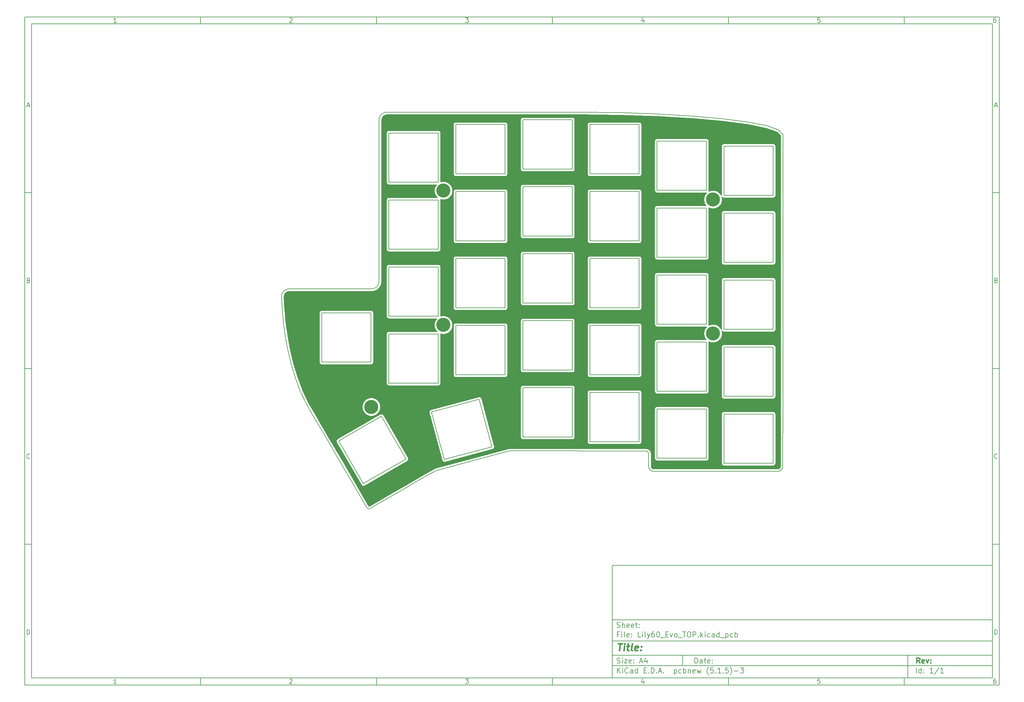
<source format=gbl>
G04 #@! TF.GenerationSoftware,KiCad,Pcbnew,(5.1.5)-3*
G04 #@! TF.CreationDate,2020-05-17T20:09:16+04:00*
G04 #@! TF.ProjectId,Lily60_Evo_TOP,4c696c79-3630-45f4-9576-6f5f544f502e,rev?*
G04 #@! TF.SameCoordinates,Original*
G04 #@! TF.FileFunction,Copper,L2,Bot*
G04 #@! TF.FilePolarity,Positive*
%FSLAX46Y46*%
G04 Gerber Fmt 4.6, Leading zero omitted, Abs format (unit mm)*
G04 Created by KiCad (PCBNEW (5.1.5)-3) date 2020-05-17 20:09:16*
%MOMM*%
%LPD*%
G04 APERTURE LIST*
%ADD10C,0.100000*%
%ADD11C,0.150000*%
%ADD12C,0.300000*%
%ADD13C,0.400000*%
%ADD14C,0.200000*%
%ADD15C,4.000000*%
%ADD16C,0.254000*%
G04 APERTURE END LIST*
D10*
D11*
X177002200Y-166007200D02*
X177002200Y-198007200D01*
X285002200Y-198007200D01*
X285002200Y-166007200D01*
X177002200Y-166007200D01*
D10*
D11*
X10000000Y-10000000D02*
X10000000Y-200007200D01*
X287002200Y-200007200D01*
X287002200Y-10000000D01*
X10000000Y-10000000D01*
D10*
D11*
X12000000Y-12000000D02*
X12000000Y-198007200D01*
X285002200Y-198007200D01*
X285002200Y-12000000D01*
X12000000Y-12000000D01*
D10*
D11*
X60000000Y-12000000D02*
X60000000Y-10000000D01*
D10*
D11*
X110000000Y-12000000D02*
X110000000Y-10000000D01*
D10*
D11*
X160000000Y-12000000D02*
X160000000Y-10000000D01*
D10*
D11*
X210000000Y-12000000D02*
X210000000Y-10000000D01*
D10*
D11*
X260000000Y-12000000D02*
X260000000Y-10000000D01*
D10*
D11*
X36065476Y-11588095D02*
X35322619Y-11588095D01*
X35694047Y-11588095D02*
X35694047Y-10288095D01*
X35570238Y-10473809D01*
X35446428Y-10597619D01*
X35322619Y-10659523D01*
D10*
D11*
X85322619Y-10411904D02*
X85384523Y-10350000D01*
X85508333Y-10288095D01*
X85817857Y-10288095D01*
X85941666Y-10350000D01*
X86003571Y-10411904D01*
X86065476Y-10535714D01*
X86065476Y-10659523D01*
X86003571Y-10845238D01*
X85260714Y-11588095D01*
X86065476Y-11588095D01*
D10*
D11*
X135260714Y-10288095D02*
X136065476Y-10288095D01*
X135632142Y-10783333D01*
X135817857Y-10783333D01*
X135941666Y-10845238D01*
X136003571Y-10907142D01*
X136065476Y-11030952D01*
X136065476Y-11340476D01*
X136003571Y-11464285D01*
X135941666Y-11526190D01*
X135817857Y-11588095D01*
X135446428Y-11588095D01*
X135322619Y-11526190D01*
X135260714Y-11464285D01*
D10*
D11*
X185941666Y-10721428D02*
X185941666Y-11588095D01*
X185632142Y-10226190D02*
X185322619Y-11154761D01*
X186127380Y-11154761D01*
D10*
D11*
X236003571Y-10288095D02*
X235384523Y-10288095D01*
X235322619Y-10907142D01*
X235384523Y-10845238D01*
X235508333Y-10783333D01*
X235817857Y-10783333D01*
X235941666Y-10845238D01*
X236003571Y-10907142D01*
X236065476Y-11030952D01*
X236065476Y-11340476D01*
X236003571Y-11464285D01*
X235941666Y-11526190D01*
X235817857Y-11588095D01*
X235508333Y-11588095D01*
X235384523Y-11526190D01*
X235322619Y-11464285D01*
D10*
D11*
X285941666Y-10288095D02*
X285694047Y-10288095D01*
X285570238Y-10350000D01*
X285508333Y-10411904D01*
X285384523Y-10597619D01*
X285322619Y-10845238D01*
X285322619Y-11340476D01*
X285384523Y-11464285D01*
X285446428Y-11526190D01*
X285570238Y-11588095D01*
X285817857Y-11588095D01*
X285941666Y-11526190D01*
X286003571Y-11464285D01*
X286065476Y-11340476D01*
X286065476Y-11030952D01*
X286003571Y-10907142D01*
X285941666Y-10845238D01*
X285817857Y-10783333D01*
X285570238Y-10783333D01*
X285446428Y-10845238D01*
X285384523Y-10907142D01*
X285322619Y-11030952D01*
D10*
D11*
X60000000Y-198007200D02*
X60000000Y-200007200D01*
D10*
D11*
X110000000Y-198007200D02*
X110000000Y-200007200D01*
D10*
D11*
X160000000Y-198007200D02*
X160000000Y-200007200D01*
D10*
D11*
X210000000Y-198007200D02*
X210000000Y-200007200D01*
D10*
D11*
X260000000Y-198007200D02*
X260000000Y-200007200D01*
D10*
D11*
X36065476Y-199595295D02*
X35322619Y-199595295D01*
X35694047Y-199595295D02*
X35694047Y-198295295D01*
X35570238Y-198481009D01*
X35446428Y-198604819D01*
X35322619Y-198666723D01*
D10*
D11*
X85322619Y-198419104D02*
X85384523Y-198357200D01*
X85508333Y-198295295D01*
X85817857Y-198295295D01*
X85941666Y-198357200D01*
X86003571Y-198419104D01*
X86065476Y-198542914D01*
X86065476Y-198666723D01*
X86003571Y-198852438D01*
X85260714Y-199595295D01*
X86065476Y-199595295D01*
D10*
D11*
X135260714Y-198295295D02*
X136065476Y-198295295D01*
X135632142Y-198790533D01*
X135817857Y-198790533D01*
X135941666Y-198852438D01*
X136003571Y-198914342D01*
X136065476Y-199038152D01*
X136065476Y-199347676D01*
X136003571Y-199471485D01*
X135941666Y-199533390D01*
X135817857Y-199595295D01*
X135446428Y-199595295D01*
X135322619Y-199533390D01*
X135260714Y-199471485D01*
D10*
D11*
X185941666Y-198728628D02*
X185941666Y-199595295D01*
X185632142Y-198233390D02*
X185322619Y-199161961D01*
X186127380Y-199161961D01*
D10*
D11*
X236003571Y-198295295D02*
X235384523Y-198295295D01*
X235322619Y-198914342D01*
X235384523Y-198852438D01*
X235508333Y-198790533D01*
X235817857Y-198790533D01*
X235941666Y-198852438D01*
X236003571Y-198914342D01*
X236065476Y-199038152D01*
X236065476Y-199347676D01*
X236003571Y-199471485D01*
X235941666Y-199533390D01*
X235817857Y-199595295D01*
X235508333Y-199595295D01*
X235384523Y-199533390D01*
X235322619Y-199471485D01*
D10*
D11*
X285941666Y-198295295D02*
X285694047Y-198295295D01*
X285570238Y-198357200D01*
X285508333Y-198419104D01*
X285384523Y-198604819D01*
X285322619Y-198852438D01*
X285322619Y-199347676D01*
X285384523Y-199471485D01*
X285446428Y-199533390D01*
X285570238Y-199595295D01*
X285817857Y-199595295D01*
X285941666Y-199533390D01*
X286003571Y-199471485D01*
X286065476Y-199347676D01*
X286065476Y-199038152D01*
X286003571Y-198914342D01*
X285941666Y-198852438D01*
X285817857Y-198790533D01*
X285570238Y-198790533D01*
X285446428Y-198852438D01*
X285384523Y-198914342D01*
X285322619Y-199038152D01*
D10*
D11*
X10000000Y-60000000D02*
X12000000Y-60000000D01*
D10*
D11*
X10000000Y-110000000D02*
X12000000Y-110000000D01*
D10*
D11*
X10000000Y-160000000D02*
X12000000Y-160000000D01*
D10*
D11*
X10690476Y-35216666D02*
X11309523Y-35216666D01*
X10566666Y-35588095D02*
X11000000Y-34288095D01*
X11433333Y-35588095D01*
D10*
D11*
X11092857Y-84907142D02*
X11278571Y-84969047D01*
X11340476Y-85030952D01*
X11402380Y-85154761D01*
X11402380Y-85340476D01*
X11340476Y-85464285D01*
X11278571Y-85526190D01*
X11154761Y-85588095D01*
X10659523Y-85588095D01*
X10659523Y-84288095D01*
X11092857Y-84288095D01*
X11216666Y-84350000D01*
X11278571Y-84411904D01*
X11340476Y-84535714D01*
X11340476Y-84659523D01*
X11278571Y-84783333D01*
X11216666Y-84845238D01*
X11092857Y-84907142D01*
X10659523Y-84907142D01*
D10*
D11*
X11402380Y-135464285D02*
X11340476Y-135526190D01*
X11154761Y-135588095D01*
X11030952Y-135588095D01*
X10845238Y-135526190D01*
X10721428Y-135402380D01*
X10659523Y-135278571D01*
X10597619Y-135030952D01*
X10597619Y-134845238D01*
X10659523Y-134597619D01*
X10721428Y-134473809D01*
X10845238Y-134350000D01*
X11030952Y-134288095D01*
X11154761Y-134288095D01*
X11340476Y-134350000D01*
X11402380Y-134411904D01*
D10*
D11*
X10659523Y-185588095D02*
X10659523Y-184288095D01*
X10969047Y-184288095D01*
X11154761Y-184350000D01*
X11278571Y-184473809D01*
X11340476Y-184597619D01*
X11402380Y-184845238D01*
X11402380Y-185030952D01*
X11340476Y-185278571D01*
X11278571Y-185402380D01*
X11154761Y-185526190D01*
X10969047Y-185588095D01*
X10659523Y-185588095D01*
D10*
D11*
X287002200Y-60000000D02*
X285002200Y-60000000D01*
D10*
D11*
X287002200Y-110000000D02*
X285002200Y-110000000D01*
D10*
D11*
X287002200Y-160000000D02*
X285002200Y-160000000D01*
D10*
D11*
X285692676Y-35216666D02*
X286311723Y-35216666D01*
X285568866Y-35588095D02*
X286002200Y-34288095D01*
X286435533Y-35588095D01*
D10*
D11*
X286095057Y-84907142D02*
X286280771Y-84969047D01*
X286342676Y-85030952D01*
X286404580Y-85154761D01*
X286404580Y-85340476D01*
X286342676Y-85464285D01*
X286280771Y-85526190D01*
X286156961Y-85588095D01*
X285661723Y-85588095D01*
X285661723Y-84288095D01*
X286095057Y-84288095D01*
X286218866Y-84350000D01*
X286280771Y-84411904D01*
X286342676Y-84535714D01*
X286342676Y-84659523D01*
X286280771Y-84783333D01*
X286218866Y-84845238D01*
X286095057Y-84907142D01*
X285661723Y-84907142D01*
D10*
D11*
X286404580Y-135464285D02*
X286342676Y-135526190D01*
X286156961Y-135588095D01*
X286033152Y-135588095D01*
X285847438Y-135526190D01*
X285723628Y-135402380D01*
X285661723Y-135278571D01*
X285599819Y-135030952D01*
X285599819Y-134845238D01*
X285661723Y-134597619D01*
X285723628Y-134473809D01*
X285847438Y-134350000D01*
X286033152Y-134288095D01*
X286156961Y-134288095D01*
X286342676Y-134350000D01*
X286404580Y-134411904D01*
D10*
D11*
X285661723Y-185588095D02*
X285661723Y-184288095D01*
X285971247Y-184288095D01*
X286156961Y-184350000D01*
X286280771Y-184473809D01*
X286342676Y-184597619D01*
X286404580Y-184845238D01*
X286404580Y-185030952D01*
X286342676Y-185278571D01*
X286280771Y-185402380D01*
X286156961Y-185526190D01*
X285971247Y-185588095D01*
X285661723Y-185588095D01*
D10*
D11*
X200434342Y-193785771D02*
X200434342Y-192285771D01*
X200791485Y-192285771D01*
X201005771Y-192357200D01*
X201148628Y-192500057D01*
X201220057Y-192642914D01*
X201291485Y-192928628D01*
X201291485Y-193142914D01*
X201220057Y-193428628D01*
X201148628Y-193571485D01*
X201005771Y-193714342D01*
X200791485Y-193785771D01*
X200434342Y-193785771D01*
X202577200Y-193785771D02*
X202577200Y-193000057D01*
X202505771Y-192857200D01*
X202362914Y-192785771D01*
X202077200Y-192785771D01*
X201934342Y-192857200D01*
X202577200Y-193714342D02*
X202434342Y-193785771D01*
X202077200Y-193785771D01*
X201934342Y-193714342D01*
X201862914Y-193571485D01*
X201862914Y-193428628D01*
X201934342Y-193285771D01*
X202077200Y-193214342D01*
X202434342Y-193214342D01*
X202577200Y-193142914D01*
X203077200Y-192785771D02*
X203648628Y-192785771D01*
X203291485Y-192285771D02*
X203291485Y-193571485D01*
X203362914Y-193714342D01*
X203505771Y-193785771D01*
X203648628Y-193785771D01*
X204720057Y-193714342D02*
X204577200Y-193785771D01*
X204291485Y-193785771D01*
X204148628Y-193714342D01*
X204077200Y-193571485D01*
X204077200Y-193000057D01*
X204148628Y-192857200D01*
X204291485Y-192785771D01*
X204577200Y-192785771D01*
X204720057Y-192857200D01*
X204791485Y-193000057D01*
X204791485Y-193142914D01*
X204077200Y-193285771D01*
X205434342Y-193642914D02*
X205505771Y-193714342D01*
X205434342Y-193785771D01*
X205362914Y-193714342D01*
X205434342Y-193642914D01*
X205434342Y-193785771D01*
X205434342Y-192857200D02*
X205505771Y-192928628D01*
X205434342Y-193000057D01*
X205362914Y-192928628D01*
X205434342Y-192857200D01*
X205434342Y-193000057D01*
D10*
D11*
X177002200Y-194507200D02*
X285002200Y-194507200D01*
D10*
D11*
X178434342Y-196585771D02*
X178434342Y-195085771D01*
X179291485Y-196585771D02*
X178648628Y-195728628D01*
X179291485Y-195085771D02*
X178434342Y-195942914D01*
X179934342Y-196585771D02*
X179934342Y-195585771D01*
X179934342Y-195085771D02*
X179862914Y-195157200D01*
X179934342Y-195228628D01*
X180005771Y-195157200D01*
X179934342Y-195085771D01*
X179934342Y-195228628D01*
X181505771Y-196442914D02*
X181434342Y-196514342D01*
X181220057Y-196585771D01*
X181077200Y-196585771D01*
X180862914Y-196514342D01*
X180720057Y-196371485D01*
X180648628Y-196228628D01*
X180577200Y-195942914D01*
X180577200Y-195728628D01*
X180648628Y-195442914D01*
X180720057Y-195300057D01*
X180862914Y-195157200D01*
X181077200Y-195085771D01*
X181220057Y-195085771D01*
X181434342Y-195157200D01*
X181505771Y-195228628D01*
X182791485Y-196585771D02*
X182791485Y-195800057D01*
X182720057Y-195657200D01*
X182577200Y-195585771D01*
X182291485Y-195585771D01*
X182148628Y-195657200D01*
X182791485Y-196514342D02*
X182648628Y-196585771D01*
X182291485Y-196585771D01*
X182148628Y-196514342D01*
X182077200Y-196371485D01*
X182077200Y-196228628D01*
X182148628Y-196085771D01*
X182291485Y-196014342D01*
X182648628Y-196014342D01*
X182791485Y-195942914D01*
X184148628Y-196585771D02*
X184148628Y-195085771D01*
X184148628Y-196514342D02*
X184005771Y-196585771D01*
X183720057Y-196585771D01*
X183577200Y-196514342D01*
X183505771Y-196442914D01*
X183434342Y-196300057D01*
X183434342Y-195871485D01*
X183505771Y-195728628D01*
X183577200Y-195657200D01*
X183720057Y-195585771D01*
X184005771Y-195585771D01*
X184148628Y-195657200D01*
X186005771Y-195800057D02*
X186505771Y-195800057D01*
X186720057Y-196585771D02*
X186005771Y-196585771D01*
X186005771Y-195085771D01*
X186720057Y-195085771D01*
X187362914Y-196442914D02*
X187434342Y-196514342D01*
X187362914Y-196585771D01*
X187291485Y-196514342D01*
X187362914Y-196442914D01*
X187362914Y-196585771D01*
X188077200Y-196585771D02*
X188077200Y-195085771D01*
X188434342Y-195085771D01*
X188648628Y-195157200D01*
X188791485Y-195300057D01*
X188862914Y-195442914D01*
X188934342Y-195728628D01*
X188934342Y-195942914D01*
X188862914Y-196228628D01*
X188791485Y-196371485D01*
X188648628Y-196514342D01*
X188434342Y-196585771D01*
X188077200Y-196585771D01*
X189577200Y-196442914D02*
X189648628Y-196514342D01*
X189577200Y-196585771D01*
X189505771Y-196514342D01*
X189577200Y-196442914D01*
X189577200Y-196585771D01*
X190220057Y-196157200D02*
X190934342Y-196157200D01*
X190077200Y-196585771D02*
X190577200Y-195085771D01*
X191077200Y-196585771D01*
X191577200Y-196442914D02*
X191648628Y-196514342D01*
X191577200Y-196585771D01*
X191505771Y-196514342D01*
X191577200Y-196442914D01*
X191577200Y-196585771D01*
X194577200Y-195585771D02*
X194577200Y-197085771D01*
X194577200Y-195657200D02*
X194720057Y-195585771D01*
X195005771Y-195585771D01*
X195148628Y-195657200D01*
X195220057Y-195728628D01*
X195291485Y-195871485D01*
X195291485Y-196300057D01*
X195220057Y-196442914D01*
X195148628Y-196514342D01*
X195005771Y-196585771D01*
X194720057Y-196585771D01*
X194577200Y-196514342D01*
X196577200Y-196514342D02*
X196434342Y-196585771D01*
X196148628Y-196585771D01*
X196005771Y-196514342D01*
X195934342Y-196442914D01*
X195862914Y-196300057D01*
X195862914Y-195871485D01*
X195934342Y-195728628D01*
X196005771Y-195657200D01*
X196148628Y-195585771D01*
X196434342Y-195585771D01*
X196577200Y-195657200D01*
X197220057Y-196585771D02*
X197220057Y-195085771D01*
X197220057Y-195657200D02*
X197362914Y-195585771D01*
X197648628Y-195585771D01*
X197791485Y-195657200D01*
X197862914Y-195728628D01*
X197934342Y-195871485D01*
X197934342Y-196300057D01*
X197862914Y-196442914D01*
X197791485Y-196514342D01*
X197648628Y-196585771D01*
X197362914Y-196585771D01*
X197220057Y-196514342D01*
X198577200Y-195585771D02*
X198577200Y-196585771D01*
X198577200Y-195728628D02*
X198648628Y-195657200D01*
X198791485Y-195585771D01*
X199005771Y-195585771D01*
X199148628Y-195657200D01*
X199220057Y-195800057D01*
X199220057Y-196585771D01*
X200505771Y-196514342D02*
X200362914Y-196585771D01*
X200077200Y-196585771D01*
X199934342Y-196514342D01*
X199862914Y-196371485D01*
X199862914Y-195800057D01*
X199934342Y-195657200D01*
X200077200Y-195585771D01*
X200362914Y-195585771D01*
X200505771Y-195657200D01*
X200577200Y-195800057D01*
X200577200Y-195942914D01*
X199862914Y-196085771D01*
X201077200Y-195585771D02*
X201362914Y-196585771D01*
X201648628Y-195871485D01*
X201934342Y-196585771D01*
X202220057Y-195585771D01*
X204362914Y-197157200D02*
X204291485Y-197085771D01*
X204148628Y-196871485D01*
X204077200Y-196728628D01*
X204005771Y-196514342D01*
X203934342Y-196157200D01*
X203934342Y-195871485D01*
X204005771Y-195514342D01*
X204077200Y-195300057D01*
X204148628Y-195157200D01*
X204291485Y-194942914D01*
X204362914Y-194871485D01*
X205648628Y-195085771D02*
X204934342Y-195085771D01*
X204862914Y-195800057D01*
X204934342Y-195728628D01*
X205077200Y-195657200D01*
X205434342Y-195657200D01*
X205577200Y-195728628D01*
X205648628Y-195800057D01*
X205720057Y-195942914D01*
X205720057Y-196300057D01*
X205648628Y-196442914D01*
X205577200Y-196514342D01*
X205434342Y-196585771D01*
X205077200Y-196585771D01*
X204934342Y-196514342D01*
X204862914Y-196442914D01*
X206362914Y-196442914D02*
X206434342Y-196514342D01*
X206362914Y-196585771D01*
X206291485Y-196514342D01*
X206362914Y-196442914D01*
X206362914Y-196585771D01*
X207862914Y-196585771D02*
X207005771Y-196585771D01*
X207434342Y-196585771D02*
X207434342Y-195085771D01*
X207291485Y-195300057D01*
X207148628Y-195442914D01*
X207005771Y-195514342D01*
X208505771Y-196442914D02*
X208577200Y-196514342D01*
X208505771Y-196585771D01*
X208434342Y-196514342D01*
X208505771Y-196442914D01*
X208505771Y-196585771D01*
X209934342Y-195085771D02*
X209220057Y-195085771D01*
X209148628Y-195800057D01*
X209220057Y-195728628D01*
X209362914Y-195657200D01*
X209720057Y-195657200D01*
X209862914Y-195728628D01*
X209934342Y-195800057D01*
X210005771Y-195942914D01*
X210005771Y-196300057D01*
X209934342Y-196442914D01*
X209862914Y-196514342D01*
X209720057Y-196585771D01*
X209362914Y-196585771D01*
X209220057Y-196514342D01*
X209148628Y-196442914D01*
X210505771Y-197157200D02*
X210577200Y-197085771D01*
X210720057Y-196871485D01*
X210791485Y-196728628D01*
X210862914Y-196514342D01*
X210934342Y-196157200D01*
X210934342Y-195871485D01*
X210862914Y-195514342D01*
X210791485Y-195300057D01*
X210720057Y-195157200D01*
X210577200Y-194942914D01*
X210505771Y-194871485D01*
X211648628Y-196014342D02*
X212791485Y-196014342D01*
X213362914Y-195085771D02*
X214291485Y-195085771D01*
X213791485Y-195657200D01*
X214005771Y-195657200D01*
X214148628Y-195728628D01*
X214220057Y-195800057D01*
X214291485Y-195942914D01*
X214291485Y-196300057D01*
X214220057Y-196442914D01*
X214148628Y-196514342D01*
X214005771Y-196585771D01*
X213577200Y-196585771D01*
X213434342Y-196514342D01*
X213362914Y-196442914D01*
D10*
D11*
X177002200Y-191507200D02*
X285002200Y-191507200D01*
D10*
D12*
X264411485Y-193785771D02*
X263911485Y-193071485D01*
X263554342Y-193785771D02*
X263554342Y-192285771D01*
X264125771Y-192285771D01*
X264268628Y-192357200D01*
X264340057Y-192428628D01*
X264411485Y-192571485D01*
X264411485Y-192785771D01*
X264340057Y-192928628D01*
X264268628Y-193000057D01*
X264125771Y-193071485D01*
X263554342Y-193071485D01*
X265625771Y-193714342D02*
X265482914Y-193785771D01*
X265197200Y-193785771D01*
X265054342Y-193714342D01*
X264982914Y-193571485D01*
X264982914Y-193000057D01*
X265054342Y-192857200D01*
X265197200Y-192785771D01*
X265482914Y-192785771D01*
X265625771Y-192857200D01*
X265697200Y-193000057D01*
X265697200Y-193142914D01*
X264982914Y-193285771D01*
X266197200Y-192785771D02*
X266554342Y-193785771D01*
X266911485Y-192785771D01*
X267482914Y-193642914D02*
X267554342Y-193714342D01*
X267482914Y-193785771D01*
X267411485Y-193714342D01*
X267482914Y-193642914D01*
X267482914Y-193785771D01*
X267482914Y-192857200D02*
X267554342Y-192928628D01*
X267482914Y-193000057D01*
X267411485Y-192928628D01*
X267482914Y-192857200D01*
X267482914Y-193000057D01*
D10*
D11*
X178362914Y-193714342D02*
X178577200Y-193785771D01*
X178934342Y-193785771D01*
X179077200Y-193714342D01*
X179148628Y-193642914D01*
X179220057Y-193500057D01*
X179220057Y-193357200D01*
X179148628Y-193214342D01*
X179077200Y-193142914D01*
X178934342Y-193071485D01*
X178648628Y-193000057D01*
X178505771Y-192928628D01*
X178434342Y-192857200D01*
X178362914Y-192714342D01*
X178362914Y-192571485D01*
X178434342Y-192428628D01*
X178505771Y-192357200D01*
X178648628Y-192285771D01*
X179005771Y-192285771D01*
X179220057Y-192357200D01*
X179862914Y-193785771D02*
X179862914Y-192785771D01*
X179862914Y-192285771D02*
X179791485Y-192357200D01*
X179862914Y-192428628D01*
X179934342Y-192357200D01*
X179862914Y-192285771D01*
X179862914Y-192428628D01*
X180434342Y-192785771D02*
X181220057Y-192785771D01*
X180434342Y-193785771D01*
X181220057Y-193785771D01*
X182362914Y-193714342D02*
X182220057Y-193785771D01*
X181934342Y-193785771D01*
X181791485Y-193714342D01*
X181720057Y-193571485D01*
X181720057Y-193000057D01*
X181791485Y-192857200D01*
X181934342Y-192785771D01*
X182220057Y-192785771D01*
X182362914Y-192857200D01*
X182434342Y-193000057D01*
X182434342Y-193142914D01*
X181720057Y-193285771D01*
X183077200Y-193642914D02*
X183148628Y-193714342D01*
X183077200Y-193785771D01*
X183005771Y-193714342D01*
X183077200Y-193642914D01*
X183077200Y-193785771D01*
X183077200Y-192857200D02*
X183148628Y-192928628D01*
X183077200Y-193000057D01*
X183005771Y-192928628D01*
X183077200Y-192857200D01*
X183077200Y-193000057D01*
X184862914Y-193357200D02*
X185577200Y-193357200D01*
X184720057Y-193785771D02*
X185220057Y-192285771D01*
X185720057Y-193785771D01*
X186862914Y-192785771D02*
X186862914Y-193785771D01*
X186505771Y-192214342D02*
X186148628Y-193285771D01*
X187077200Y-193285771D01*
D10*
D11*
X263434342Y-196585771D02*
X263434342Y-195085771D01*
X264791485Y-196585771D02*
X264791485Y-195085771D01*
X264791485Y-196514342D02*
X264648628Y-196585771D01*
X264362914Y-196585771D01*
X264220057Y-196514342D01*
X264148628Y-196442914D01*
X264077200Y-196300057D01*
X264077200Y-195871485D01*
X264148628Y-195728628D01*
X264220057Y-195657200D01*
X264362914Y-195585771D01*
X264648628Y-195585771D01*
X264791485Y-195657200D01*
X265505771Y-196442914D02*
X265577200Y-196514342D01*
X265505771Y-196585771D01*
X265434342Y-196514342D01*
X265505771Y-196442914D01*
X265505771Y-196585771D01*
X265505771Y-195657200D02*
X265577200Y-195728628D01*
X265505771Y-195800057D01*
X265434342Y-195728628D01*
X265505771Y-195657200D01*
X265505771Y-195800057D01*
X268148628Y-196585771D02*
X267291485Y-196585771D01*
X267720057Y-196585771D02*
X267720057Y-195085771D01*
X267577200Y-195300057D01*
X267434342Y-195442914D01*
X267291485Y-195514342D01*
X269862914Y-195014342D02*
X268577200Y-196942914D01*
X271148628Y-196585771D02*
X270291485Y-196585771D01*
X270720057Y-196585771D02*
X270720057Y-195085771D01*
X270577200Y-195300057D01*
X270434342Y-195442914D01*
X270291485Y-195514342D01*
D10*
D11*
X177002200Y-187507200D02*
X285002200Y-187507200D01*
D10*
D13*
X178714580Y-188211961D02*
X179857438Y-188211961D01*
X179036009Y-190211961D02*
X179286009Y-188211961D01*
X180274104Y-190211961D02*
X180440771Y-188878628D01*
X180524104Y-188211961D02*
X180416961Y-188307200D01*
X180500295Y-188402438D01*
X180607438Y-188307200D01*
X180524104Y-188211961D01*
X180500295Y-188402438D01*
X181107438Y-188878628D02*
X181869342Y-188878628D01*
X181476485Y-188211961D02*
X181262200Y-189926247D01*
X181333628Y-190116723D01*
X181512200Y-190211961D01*
X181702676Y-190211961D01*
X182655057Y-190211961D02*
X182476485Y-190116723D01*
X182405057Y-189926247D01*
X182619342Y-188211961D01*
X184190771Y-190116723D02*
X183988390Y-190211961D01*
X183607438Y-190211961D01*
X183428866Y-190116723D01*
X183357438Y-189926247D01*
X183452676Y-189164342D01*
X183571723Y-188973866D01*
X183774104Y-188878628D01*
X184155057Y-188878628D01*
X184333628Y-188973866D01*
X184405057Y-189164342D01*
X184381247Y-189354819D01*
X183405057Y-189545295D01*
X185155057Y-190021485D02*
X185238390Y-190116723D01*
X185131247Y-190211961D01*
X185047914Y-190116723D01*
X185155057Y-190021485D01*
X185131247Y-190211961D01*
X185286009Y-188973866D02*
X185369342Y-189069104D01*
X185262200Y-189164342D01*
X185178866Y-189069104D01*
X185286009Y-188973866D01*
X185262200Y-189164342D01*
D10*
D11*
X178934342Y-185600057D02*
X178434342Y-185600057D01*
X178434342Y-186385771D02*
X178434342Y-184885771D01*
X179148628Y-184885771D01*
X179720057Y-186385771D02*
X179720057Y-185385771D01*
X179720057Y-184885771D02*
X179648628Y-184957200D01*
X179720057Y-185028628D01*
X179791485Y-184957200D01*
X179720057Y-184885771D01*
X179720057Y-185028628D01*
X180648628Y-186385771D02*
X180505771Y-186314342D01*
X180434342Y-186171485D01*
X180434342Y-184885771D01*
X181791485Y-186314342D02*
X181648628Y-186385771D01*
X181362914Y-186385771D01*
X181220057Y-186314342D01*
X181148628Y-186171485D01*
X181148628Y-185600057D01*
X181220057Y-185457200D01*
X181362914Y-185385771D01*
X181648628Y-185385771D01*
X181791485Y-185457200D01*
X181862914Y-185600057D01*
X181862914Y-185742914D01*
X181148628Y-185885771D01*
X182505771Y-186242914D02*
X182577200Y-186314342D01*
X182505771Y-186385771D01*
X182434342Y-186314342D01*
X182505771Y-186242914D01*
X182505771Y-186385771D01*
X182505771Y-185457200D02*
X182577200Y-185528628D01*
X182505771Y-185600057D01*
X182434342Y-185528628D01*
X182505771Y-185457200D01*
X182505771Y-185600057D01*
X185077200Y-186385771D02*
X184362914Y-186385771D01*
X184362914Y-184885771D01*
X185577200Y-186385771D02*
X185577200Y-185385771D01*
X185577200Y-184885771D02*
X185505771Y-184957200D01*
X185577200Y-185028628D01*
X185648628Y-184957200D01*
X185577200Y-184885771D01*
X185577200Y-185028628D01*
X186505771Y-186385771D02*
X186362914Y-186314342D01*
X186291485Y-186171485D01*
X186291485Y-184885771D01*
X186934342Y-185385771D02*
X187291485Y-186385771D01*
X187648628Y-185385771D02*
X187291485Y-186385771D01*
X187148628Y-186742914D01*
X187077200Y-186814342D01*
X186934342Y-186885771D01*
X188862914Y-184885771D02*
X188577200Y-184885771D01*
X188434342Y-184957200D01*
X188362914Y-185028628D01*
X188220057Y-185242914D01*
X188148628Y-185528628D01*
X188148628Y-186100057D01*
X188220057Y-186242914D01*
X188291485Y-186314342D01*
X188434342Y-186385771D01*
X188720057Y-186385771D01*
X188862914Y-186314342D01*
X188934342Y-186242914D01*
X189005771Y-186100057D01*
X189005771Y-185742914D01*
X188934342Y-185600057D01*
X188862914Y-185528628D01*
X188720057Y-185457200D01*
X188434342Y-185457200D01*
X188291485Y-185528628D01*
X188220057Y-185600057D01*
X188148628Y-185742914D01*
X189934342Y-184885771D02*
X190077200Y-184885771D01*
X190220057Y-184957200D01*
X190291485Y-185028628D01*
X190362914Y-185171485D01*
X190434342Y-185457200D01*
X190434342Y-185814342D01*
X190362914Y-186100057D01*
X190291485Y-186242914D01*
X190220057Y-186314342D01*
X190077200Y-186385771D01*
X189934342Y-186385771D01*
X189791485Y-186314342D01*
X189720057Y-186242914D01*
X189648628Y-186100057D01*
X189577200Y-185814342D01*
X189577200Y-185457200D01*
X189648628Y-185171485D01*
X189720057Y-185028628D01*
X189791485Y-184957200D01*
X189934342Y-184885771D01*
X190720057Y-186528628D02*
X191862914Y-186528628D01*
X192220057Y-185600057D02*
X192720057Y-185600057D01*
X192934342Y-186385771D02*
X192220057Y-186385771D01*
X192220057Y-184885771D01*
X192934342Y-184885771D01*
X193434342Y-185385771D02*
X193791485Y-186385771D01*
X194148628Y-185385771D01*
X194934342Y-186385771D02*
X194791485Y-186314342D01*
X194720057Y-186242914D01*
X194648628Y-186100057D01*
X194648628Y-185671485D01*
X194720057Y-185528628D01*
X194791485Y-185457200D01*
X194934342Y-185385771D01*
X195148628Y-185385771D01*
X195291485Y-185457200D01*
X195362914Y-185528628D01*
X195434342Y-185671485D01*
X195434342Y-186100057D01*
X195362914Y-186242914D01*
X195291485Y-186314342D01*
X195148628Y-186385771D01*
X194934342Y-186385771D01*
X195720057Y-186528628D02*
X196862914Y-186528628D01*
X197005771Y-184885771D02*
X197862914Y-184885771D01*
X197434342Y-186385771D02*
X197434342Y-184885771D01*
X198648628Y-184885771D02*
X198934342Y-184885771D01*
X199077200Y-184957200D01*
X199220057Y-185100057D01*
X199291485Y-185385771D01*
X199291485Y-185885771D01*
X199220057Y-186171485D01*
X199077200Y-186314342D01*
X198934342Y-186385771D01*
X198648628Y-186385771D01*
X198505771Y-186314342D01*
X198362914Y-186171485D01*
X198291485Y-185885771D01*
X198291485Y-185385771D01*
X198362914Y-185100057D01*
X198505771Y-184957200D01*
X198648628Y-184885771D01*
X199934342Y-186385771D02*
X199934342Y-184885771D01*
X200505771Y-184885771D01*
X200648628Y-184957200D01*
X200720057Y-185028628D01*
X200791485Y-185171485D01*
X200791485Y-185385771D01*
X200720057Y-185528628D01*
X200648628Y-185600057D01*
X200505771Y-185671485D01*
X199934342Y-185671485D01*
X201434342Y-186242914D02*
X201505771Y-186314342D01*
X201434342Y-186385771D01*
X201362914Y-186314342D01*
X201434342Y-186242914D01*
X201434342Y-186385771D01*
X202148628Y-186385771D02*
X202148628Y-184885771D01*
X202291485Y-185814342D02*
X202720057Y-186385771D01*
X202720057Y-185385771D02*
X202148628Y-185957200D01*
X203362914Y-186385771D02*
X203362914Y-185385771D01*
X203362914Y-184885771D02*
X203291485Y-184957200D01*
X203362914Y-185028628D01*
X203434342Y-184957200D01*
X203362914Y-184885771D01*
X203362914Y-185028628D01*
X204720057Y-186314342D02*
X204577200Y-186385771D01*
X204291485Y-186385771D01*
X204148628Y-186314342D01*
X204077200Y-186242914D01*
X204005771Y-186100057D01*
X204005771Y-185671485D01*
X204077200Y-185528628D01*
X204148628Y-185457200D01*
X204291485Y-185385771D01*
X204577200Y-185385771D01*
X204720057Y-185457200D01*
X206005771Y-186385771D02*
X206005771Y-185600057D01*
X205934342Y-185457200D01*
X205791485Y-185385771D01*
X205505771Y-185385771D01*
X205362914Y-185457200D01*
X206005771Y-186314342D02*
X205862914Y-186385771D01*
X205505771Y-186385771D01*
X205362914Y-186314342D01*
X205291485Y-186171485D01*
X205291485Y-186028628D01*
X205362914Y-185885771D01*
X205505771Y-185814342D01*
X205862914Y-185814342D01*
X206005771Y-185742914D01*
X207362914Y-186385771D02*
X207362914Y-184885771D01*
X207362914Y-186314342D02*
X207220057Y-186385771D01*
X206934342Y-186385771D01*
X206791485Y-186314342D01*
X206720057Y-186242914D01*
X206648628Y-186100057D01*
X206648628Y-185671485D01*
X206720057Y-185528628D01*
X206791485Y-185457200D01*
X206934342Y-185385771D01*
X207220057Y-185385771D01*
X207362914Y-185457200D01*
X207720057Y-186528628D02*
X208862914Y-186528628D01*
X209220057Y-185385771D02*
X209220057Y-186885771D01*
X209220057Y-185457200D02*
X209362914Y-185385771D01*
X209648628Y-185385771D01*
X209791485Y-185457200D01*
X209862914Y-185528628D01*
X209934342Y-185671485D01*
X209934342Y-186100057D01*
X209862914Y-186242914D01*
X209791485Y-186314342D01*
X209648628Y-186385771D01*
X209362914Y-186385771D01*
X209220057Y-186314342D01*
X211220057Y-186314342D02*
X211077200Y-186385771D01*
X210791485Y-186385771D01*
X210648628Y-186314342D01*
X210577200Y-186242914D01*
X210505771Y-186100057D01*
X210505771Y-185671485D01*
X210577200Y-185528628D01*
X210648628Y-185457200D01*
X210791485Y-185385771D01*
X211077200Y-185385771D01*
X211220057Y-185457200D01*
X211862914Y-186385771D02*
X211862914Y-184885771D01*
X211862914Y-185457200D02*
X212005771Y-185385771D01*
X212291485Y-185385771D01*
X212434342Y-185457200D01*
X212505771Y-185528628D01*
X212577200Y-185671485D01*
X212577200Y-186100057D01*
X212505771Y-186242914D01*
X212434342Y-186314342D01*
X212291485Y-186385771D01*
X212005771Y-186385771D01*
X211862914Y-186314342D01*
D10*
D11*
X177002200Y-181507200D02*
X285002200Y-181507200D01*
D10*
D11*
X178362914Y-183614342D02*
X178577200Y-183685771D01*
X178934342Y-183685771D01*
X179077200Y-183614342D01*
X179148628Y-183542914D01*
X179220057Y-183400057D01*
X179220057Y-183257200D01*
X179148628Y-183114342D01*
X179077200Y-183042914D01*
X178934342Y-182971485D01*
X178648628Y-182900057D01*
X178505771Y-182828628D01*
X178434342Y-182757200D01*
X178362914Y-182614342D01*
X178362914Y-182471485D01*
X178434342Y-182328628D01*
X178505771Y-182257200D01*
X178648628Y-182185771D01*
X179005771Y-182185771D01*
X179220057Y-182257200D01*
X179862914Y-183685771D02*
X179862914Y-182185771D01*
X180505771Y-183685771D02*
X180505771Y-182900057D01*
X180434342Y-182757200D01*
X180291485Y-182685771D01*
X180077200Y-182685771D01*
X179934342Y-182757200D01*
X179862914Y-182828628D01*
X181791485Y-183614342D02*
X181648628Y-183685771D01*
X181362914Y-183685771D01*
X181220057Y-183614342D01*
X181148628Y-183471485D01*
X181148628Y-182900057D01*
X181220057Y-182757200D01*
X181362914Y-182685771D01*
X181648628Y-182685771D01*
X181791485Y-182757200D01*
X181862914Y-182900057D01*
X181862914Y-183042914D01*
X181148628Y-183185771D01*
X183077200Y-183614342D02*
X182934342Y-183685771D01*
X182648628Y-183685771D01*
X182505771Y-183614342D01*
X182434342Y-183471485D01*
X182434342Y-182900057D01*
X182505771Y-182757200D01*
X182648628Y-182685771D01*
X182934342Y-182685771D01*
X183077200Y-182757200D01*
X183148628Y-182900057D01*
X183148628Y-183042914D01*
X182434342Y-183185771D01*
X183577200Y-182685771D02*
X184148628Y-182685771D01*
X183791485Y-182185771D02*
X183791485Y-183471485D01*
X183862914Y-183614342D01*
X184005771Y-183685771D01*
X184148628Y-183685771D01*
X184648628Y-183542914D02*
X184720057Y-183614342D01*
X184648628Y-183685771D01*
X184577200Y-183614342D01*
X184648628Y-183542914D01*
X184648628Y-183685771D01*
X184648628Y-182757200D02*
X184720057Y-182828628D01*
X184648628Y-182900057D01*
X184577200Y-182828628D01*
X184648628Y-182757200D01*
X184648628Y-182900057D01*
D10*
D11*
X197002200Y-191507200D02*
X197002200Y-194507200D01*
D10*
D11*
X261002200Y-191507200D02*
X261002200Y-198007200D01*
D14*
X225444553Y-138027496D02*
X225357217Y-138309152D01*
X225219001Y-138563961D02*
X225035913Y-138785913D01*
X224559152Y-139107218D02*
X224277496Y-139194553D01*
X225450000Y-137750000D02*
X225444553Y-138027496D01*
X225035913Y-138785913D02*
X224813960Y-138969002D01*
X224813960Y-138969002D02*
X224559152Y-139107218D01*
X225357217Y-138309152D02*
X225219001Y-138563961D01*
X204850000Y-139200000D02*
X224277496Y-139194553D01*
X225459999Y-119289735D02*
X225450000Y-137750000D01*
X208700000Y-122950000D02*
X222700000Y-122950000D01*
X222700000Y-122950000D02*
X222700000Y-136950000D01*
X222700000Y-136950000D02*
X208700000Y-136950000D01*
X208700000Y-136950000D02*
X208700000Y-122950000D01*
X106241750Y-142715431D02*
X99241752Y-130591074D01*
X118366106Y-135715431D02*
X106241750Y-142715431D01*
X111366105Y-123591077D02*
X118366106Y-135715431D01*
X99241752Y-130591074D02*
X111366105Y-123591077D01*
X129249637Y-135874873D02*
X125626172Y-122351912D01*
X142772599Y-132251408D02*
X129249637Y-135874873D01*
X139149132Y-118728447D02*
X142772599Y-132251408D01*
X125626172Y-122351912D02*
X139149132Y-118728447D01*
X208700000Y-117900000D02*
X208700000Y-103900000D01*
X222700000Y-117900000D02*
X208700000Y-117900000D01*
X222700000Y-103900000D02*
X222700000Y-117900000D01*
X208700000Y-103900000D02*
X222700000Y-103900000D01*
X208700000Y-98850000D02*
X208700000Y-84850000D01*
X222700000Y-98850000D02*
X208700000Y-98850000D01*
X222700000Y-84850000D02*
X222700000Y-98850000D01*
X208700000Y-84850000D02*
X222700000Y-84850000D01*
X208700000Y-79800000D02*
X208700000Y-65800000D01*
X222700000Y-79800000D02*
X208700000Y-79800000D01*
X222700000Y-65800000D02*
X222700000Y-79800000D01*
X208700000Y-65800000D02*
X222700000Y-65800000D01*
X208700000Y-60750000D02*
X208700000Y-46750000D01*
X222700000Y-60750000D02*
X208700000Y-60750000D01*
X222700000Y-46750000D02*
X222700000Y-60750000D01*
X208700000Y-46750000D02*
X222700000Y-46750000D01*
X189700000Y-135500000D02*
X189700000Y-121500000D01*
X203700000Y-135500000D02*
X189700000Y-135500000D01*
X203700000Y-121500000D02*
X203700000Y-135500000D01*
X189700000Y-121500000D02*
X203700000Y-121500000D01*
X189700000Y-116450000D02*
X189700000Y-102450000D01*
X203700000Y-116450000D02*
X189700000Y-116450000D01*
X203700000Y-102450000D02*
X203700000Y-116450000D01*
X189700000Y-102450000D02*
X203700000Y-102450000D01*
X189700000Y-97400000D02*
X189700000Y-83400000D01*
X203700000Y-97400000D02*
X189700000Y-97400000D01*
X203700000Y-83400000D02*
X203700000Y-97400000D01*
X189700000Y-83400000D02*
X203700000Y-83400000D01*
X189700000Y-78350000D02*
X189700000Y-64350000D01*
X203700000Y-78350000D02*
X189700000Y-78350000D01*
X203700000Y-64350000D02*
X203700000Y-78350000D01*
X189700000Y-64350000D02*
X203700000Y-64350000D01*
X189700000Y-59300000D02*
X189700000Y-45300000D01*
X203700000Y-59300000D02*
X189700000Y-59300000D01*
X203700000Y-45300000D02*
X203700000Y-59300000D01*
X189700000Y-45300000D02*
X203700000Y-45300000D01*
X170600000Y-130800000D02*
X170600000Y-116800000D01*
X184600000Y-130800000D02*
X170600000Y-130800000D01*
X184600000Y-116800000D02*
X184600000Y-130800000D01*
X170600000Y-116800000D02*
X184600000Y-116800000D01*
X170600000Y-111750000D02*
X170600000Y-97750000D01*
X184600000Y-111750000D02*
X170600000Y-111750000D01*
X184600000Y-97750000D02*
X184600000Y-111750000D01*
X170600000Y-97750000D02*
X184600000Y-97750000D01*
X170600000Y-92700000D02*
X170600000Y-78700000D01*
X184600000Y-92700000D02*
X170600000Y-92700000D01*
X184600000Y-78700000D02*
X184600000Y-92700000D01*
X170600000Y-78700000D02*
X184600000Y-78700000D01*
X170600000Y-73650000D02*
X170600000Y-59650000D01*
X184600000Y-73650000D02*
X170600000Y-73650000D01*
X184600000Y-59650000D02*
X184600000Y-73650000D01*
X170600000Y-59650000D02*
X184600000Y-59650000D01*
X170600000Y-54600000D02*
X170600000Y-40600000D01*
X184600000Y-54600000D02*
X170600000Y-54600000D01*
X184600000Y-40600000D02*
X184600000Y-54600000D01*
X170600000Y-40600000D02*
X184600000Y-40600000D01*
X94400000Y-108150000D02*
X94400000Y-94150000D01*
X108400000Y-108150000D02*
X94400000Y-108150000D01*
X108400000Y-94150000D02*
X108400000Y-108150000D01*
X94400000Y-94150000D02*
X108400000Y-94150000D01*
X113500000Y-114150000D02*
X113500000Y-100150000D01*
X127500000Y-114150000D02*
X113500000Y-114150000D01*
X127500000Y-100150000D02*
X127500000Y-114150000D01*
X113500000Y-100150000D02*
X127500000Y-100150000D01*
X113500000Y-95100000D02*
X113500000Y-81100000D01*
X127500000Y-95100000D02*
X113500000Y-95100000D01*
X127500000Y-81100000D02*
X127500000Y-95100000D01*
X113500000Y-81100000D02*
X127500000Y-81100000D01*
X113500000Y-76050000D02*
X113500000Y-62050000D01*
X127500000Y-76050000D02*
X113500000Y-76050000D01*
X127500000Y-62050000D02*
X127500000Y-76050000D01*
X113500000Y-62050000D02*
X127500000Y-62050000D01*
X132500000Y-111750000D02*
X132500000Y-97750000D01*
X146500000Y-111750000D02*
X132500000Y-111750000D01*
X146500000Y-97750000D02*
X146500000Y-111750000D01*
X132500000Y-97750000D02*
X146500000Y-97750000D01*
X132500000Y-92700000D02*
X132500000Y-78700000D01*
X146500000Y-92700000D02*
X132500000Y-92700000D01*
X146500000Y-78700000D02*
X146500000Y-92700000D01*
X132500000Y-78700000D02*
X146500000Y-78700000D01*
X132500000Y-73650000D02*
X132500000Y-59650000D01*
X146500000Y-73650000D02*
X132500000Y-73650000D01*
X146500000Y-59650000D02*
X146500000Y-73650000D01*
X132500000Y-59650000D02*
X146500000Y-59650000D01*
X151600000Y-129450000D02*
X151600000Y-115450000D01*
X165600000Y-129450000D02*
X151600000Y-129450000D01*
X165600000Y-115450000D02*
X165600000Y-129450000D01*
X151600000Y-115450000D02*
X165600000Y-115450000D01*
X151600000Y-110400000D02*
X151600000Y-96400000D01*
X165600000Y-110400000D02*
X151600000Y-110400000D01*
X165600000Y-96400000D02*
X165600000Y-110400000D01*
X151600000Y-96400000D02*
X165600000Y-96400000D01*
X151600000Y-91350000D02*
X151600000Y-77350000D01*
X165600000Y-91350000D02*
X151600000Y-91350000D01*
X165600000Y-77350000D02*
X165600000Y-91350000D01*
X151600000Y-77350000D02*
X165600000Y-77350000D01*
X151600000Y-72300000D02*
X151600000Y-58300000D01*
X165600000Y-72300000D02*
X151600000Y-72300000D01*
X165600000Y-58300000D02*
X165600000Y-72300000D01*
X151600000Y-58300000D02*
X165600000Y-58300000D01*
X151600000Y-53250000D02*
X151600000Y-39250000D01*
X165600000Y-53250000D02*
X151600000Y-53250000D01*
X165600000Y-39250000D02*
X165600000Y-53250000D01*
X151600000Y-39250000D02*
X165600000Y-39250000D01*
X132500000Y-54600000D02*
X132500000Y-40600000D01*
X146500000Y-54600000D02*
X132500000Y-54600000D01*
X146500000Y-40600000D02*
X146500000Y-54600000D01*
X132500000Y-40600000D02*
X146500000Y-40600000D01*
X113500000Y-57000000D02*
X113500000Y-43000000D01*
X127500000Y-57000000D02*
X113500000Y-57000000D01*
X127500000Y-43000000D02*
X127500000Y-57000000D01*
X113500000Y-43000000D02*
X127500000Y-43000000D01*
X111105790Y-38059525D02*
X110903109Y-38433244D01*
X83948756Y-87719784D02*
X83624327Y-87986874D01*
X83624327Y-87986874D02*
X83357586Y-88311735D01*
X109761041Y-86972420D02*
X110086513Y-86703891D01*
X109387388Y-87175137D02*
X109761041Y-86972420D01*
X110086513Y-86703891D02*
X110354995Y-86378361D01*
X85185665Y-87347787D02*
X108530757Y-87347983D01*
X110557675Y-86004642D02*
X110685745Y-85591546D01*
X83357586Y-88311735D02*
X83156811Y-88686086D01*
X110685745Y-85591546D02*
X110730392Y-85147885D01*
X112073396Y-37262748D02*
X111699744Y-37465465D01*
X110903109Y-38433244D02*
X110775040Y-38846339D01*
X110775040Y-38846339D02*
X110730392Y-39290000D01*
X84322599Y-87518750D02*
X83948756Y-87719784D01*
X112486419Y-37134656D02*
X112073396Y-37262748D01*
X83156811Y-88686086D02*
X83030277Y-89101641D01*
X110354995Y-86378361D02*
X110557675Y-86004642D01*
X110730392Y-85147885D02*
X110730392Y-39290000D01*
X83030277Y-89101641D02*
X82986260Y-89550119D01*
X84737579Y-87392055D02*
X84322599Y-87518750D01*
X111699744Y-37465465D02*
X111374272Y-37733994D01*
X111374272Y-37733994D02*
X111105790Y-38059525D01*
X108530784Y-87347885D02*
X108974366Y-87303229D01*
X85185421Y-87347983D02*
X84737579Y-87392055D01*
X108974366Y-87303229D02*
X109387388Y-87175137D01*
X112930000Y-37090000D02*
X112486419Y-37134656D01*
X187714087Y-138785913D02*
X187530998Y-138563960D01*
X188472504Y-139194553D02*
X188190848Y-139107217D01*
X187530998Y-138563960D02*
X187392782Y-138309152D01*
X188190848Y-139107217D02*
X187936039Y-138969001D01*
X187392782Y-138309152D02*
X187305447Y-138027496D01*
X188750000Y-139200000D02*
X188472504Y-139194553D01*
X187936039Y-138969001D02*
X187714087Y-138785913D01*
X186658574Y-133452455D02*
G75*
G02X187300000Y-134150000I-58574J-697545D01*
G01*
X124667888Y-140255128D02*
X127100000Y-138950000D01*
X120963416Y-142391346D02*
X124667888Y-140255128D01*
X117258944Y-144527564D02*
X120963416Y-142391346D01*
X113554472Y-146663782D02*
X117258944Y-144527564D01*
X127100000Y-138950000D02*
X147900000Y-133400000D01*
X187300000Y-134150000D02*
X187305447Y-138027496D01*
X147900000Y-133400000D02*
X186658574Y-133452455D01*
X109882452Y-148801617D02*
X113554472Y-146663782D01*
X188750000Y-139200000D02*
X204850000Y-139200000D01*
X115211711Y-37086762D02*
X112930000Y-37090000D01*
X199807654Y-38170488D02*
X189919538Y-37585374D01*
X208420758Y-38945561D02*
X199807654Y-38170488D01*
X215525697Y-39885159D02*
X208420758Y-38945561D01*
X220889319Y-40963847D02*
X215525697Y-39885159D01*
X178989563Y-37215654D02*
X167250881Y-37086762D01*
X189919538Y-37585374D02*
X178989563Y-37215654D01*
X225460000Y-52918378D02*
X225460000Y-62400000D01*
X225460000Y-43436755D02*
X225460000Y-52918378D01*
X125619545Y-37086762D02*
X115211711Y-37086762D01*
X136027379Y-37086762D02*
X125619545Y-37086762D01*
X146435213Y-37086762D02*
X136027379Y-37086762D01*
X156843047Y-37086762D02*
X146435213Y-37086762D01*
X167250881Y-37086762D02*
X156843047Y-37086762D01*
X88291758Y-116318073D02*
X89993333Y-119989540D01*
X86863105Y-112530670D02*
X88291758Y-116318073D01*
X85688004Y-108649127D02*
X86863105Y-112530670D01*
X84747083Y-104695246D02*
X85688004Y-108649127D01*
X84020972Y-100690825D02*
X84747083Y-104695246D01*
X83490297Y-96657663D02*
X84020972Y-100690825D01*
X83135690Y-92617561D02*
X83490297Y-96657663D01*
X82986260Y-89550119D02*
X83135690Y-92617561D01*
X108038864Y-149857278D02*
X108206758Y-149771756D01*
X107880206Y-149904468D02*
X108038864Y-149857278D01*
X107731252Y-149913974D02*
X107880206Y-149904468D01*
X107592470Y-149886445D02*
X107731252Y-149913974D01*
X107464328Y-149822532D02*
X107592470Y-149886445D01*
X107347295Y-149722884D02*
X107464328Y-149822532D01*
X107241837Y-149588150D02*
X107347295Y-149722884D01*
X107148425Y-149418979D02*
X107241837Y-149588150D01*
X108206758Y-149771756D02*
X109882452Y-148801617D01*
X101722730Y-140052659D02*
X107148425Y-149418979D01*
X100047036Y-137186340D02*
X101722730Y-140052659D01*
X98371341Y-134320020D02*
X100047036Y-137186340D01*
X96695647Y-131453701D02*
X98371341Y-134320020D01*
X95019952Y-128587381D02*
X96695647Y-131453701D01*
X93344258Y-125721062D02*
X95019952Y-128587381D01*
X91668563Y-122854742D02*
X93344258Y-125721062D01*
X89992869Y-119988423D02*
X91668563Y-122854742D01*
X224278471Y-42156190D02*
X220889319Y-40963847D01*
X225460000Y-43436755D02*
X224278471Y-42156190D01*
X225460000Y-109808112D02*
X225459999Y-119289735D01*
X225460000Y-100326490D02*
X225460000Y-109808112D01*
X225460000Y-90844867D02*
X225460000Y-100326490D01*
X225460000Y-81363245D02*
X225460000Y-90844867D01*
X225460000Y-71881623D02*
X225460000Y-81363245D01*
X225460000Y-62400000D02*
X225460000Y-71881623D01*
D15*
X129000000Y-59400000D03*
X205600000Y-61900000D03*
X129000000Y-97600000D03*
X205600000Y-100000000D03*
X108500000Y-120900000D03*
D16*
G36*
X178973109Y-37950518D02*
G01*
X189885418Y-38319640D01*
X199752993Y-38903539D01*
X208339593Y-39676226D01*
X215404929Y-40610587D01*
X220693942Y-41674270D01*
X223862183Y-42788894D01*
X224725000Y-43724033D01*
X224725001Y-52882264D01*
X224725000Y-52882274D01*
X224725001Y-62363886D01*
X224725000Y-62363896D01*
X224725001Y-71845509D01*
X224725000Y-71845519D01*
X224725001Y-81327131D01*
X224725000Y-81327141D01*
X224725001Y-90808753D01*
X224725000Y-90808763D01*
X224725001Y-100290376D01*
X224725000Y-100290386D01*
X224725001Y-109772007D01*
X224724999Y-119290143D01*
X224715004Y-137742605D01*
X224711735Y-137909121D01*
X224676631Y-138022331D01*
X224606805Y-138151059D01*
X224513803Y-138263804D01*
X224401059Y-138356806D01*
X224272333Y-138426631D01*
X224166058Y-138459584D01*
X204852917Y-138465000D01*
X188757174Y-138465000D01*
X188590879Y-138461735D01*
X188477669Y-138426631D01*
X188348941Y-138356805D01*
X188236196Y-138263803D01*
X188143194Y-138151059D01*
X188073369Y-138022333D01*
X188040290Y-137915651D01*
X188034948Y-134112863D01*
X188032830Y-134091662D01*
X188028782Y-134023528D01*
X188020559Y-133971605D01*
X188015063Y-133919321D01*
X188012929Y-133909283D01*
X187983592Y-133775854D01*
X187962992Y-133712454D01*
X187943308Y-133648865D01*
X187939266Y-133639432D01*
X187884572Y-133514242D01*
X187852058Y-133456066D01*
X187820386Y-133397489D01*
X187814593Y-133389029D01*
X187814590Y-133389024D01*
X187814587Y-133389020D01*
X187736619Y-133276840D01*
X187693446Y-133226113D01*
X187650984Y-133174784D01*
X187643652Y-133167603D01*
X187545379Y-133072702D01*
X187493163Y-133031316D01*
X187441545Y-132989217D01*
X187432958Y-132983597D01*
X187318123Y-132909591D01*
X187258810Y-132879109D01*
X187200051Y-132847866D01*
X187190537Y-132844021D01*
X187063515Y-132793730D01*
X186999474Y-132775367D01*
X186935708Y-132756115D01*
X186925628Y-132754192D01*
X186832630Y-132737124D01*
X186803638Y-132728286D01*
X186695673Y-132717505D01*
X147912904Y-132665017D01*
X147852468Y-132662975D01*
X147804885Y-132670780D01*
X147756896Y-132675441D01*
X147699014Y-132692914D01*
X126932801Y-138233899D01*
X126884448Y-138243599D01*
X126829616Y-138266417D01*
X126774040Y-138287268D01*
X126732144Y-138313260D01*
X124342259Y-139595729D01*
X124331994Y-139600373D01*
X124310417Y-139612816D01*
X124288535Y-139624558D01*
X124279205Y-139630814D01*
X120627532Y-141736587D01*
X120627522Y-141736591D01*
X116923060Y-143872805D01*
X116923050Y-143872809D01*
X113217261Y-146009788D01*
X113215868Y-146010425D01*
X113185892Y-146027877D01*
X113156025Y-146045100D01*
X113154787Y-146045986D01*
X109513455Y-148165956D01*
X107855572Y-149125783D01*
X107832597Y-149137486D01*
X107805654Y-149088691D01*
X107802520Y-149081802D01*
X107788185Y-149057056D01*
X107774399Y-149032089D01*
X107770120Y-149025870D01*
X102376092Y-139714219D01*
X102375475Y-139712876D01*
X102357885Y-139682788D01*
X102340629Y-139652999D01*
X102339777Y-139651814D01*
X100663337Y-136784219D01*
X100663336Y-136784218D01*
X99024086Y-133980237D01*
X97311948Y-131051580D01*
X97311947Y-131051579D01*
X97014490Y-130542770D01*
X98504778Y-130542770D01*
X98509515Y-130687475D01*
X98542391Y-130828475D01*
X98587033Y-130927000D01*
X98602144Y-130960351D01*
X98623273Y-130989837D01*
X105587174Y-143051672D01*
X105602142Y-143084708D01*
X105623267Y-143114188D01*
X105623273Y-143114198D01*
X105686473Y-143202394D01*
X105792145Y-143301366D01*
X105915094Y-143377821D01*
X105915096Y-143377822D01*
X105968819Y-143398042D01*
X106050597Y-143428821D01*
X106193445Y-143452405D01*
X106193446Y-143452405D01*
X106338151Y-143447668D01*
X106479151Y-143414791D01*
X106577982Y-143370012D01*
X106577987Y-143370009D01*
X106611027Y-143355039D01*
X106640512Y-143333910D01*
X118702345Y-136370009D01*
X118735384Y-136355039D01*
X118764867Y-136333911D01*
X118764873Y-136333908D01*
X118853069Y-136270708D01*
X118952041Y-136165036D01*
X119028496Y-136042087D01*
X119079496Y-135906584D01*
X119103080Y-135763736D01*
X119098343Y-135619031D01*
X119097948Y-135617333D01*
X119065466Y-135478029D01*
X119020687Y-135379198D01*
X119020682Y-135379190D01*
X119005714Y-135346154D01*
X118984588Y-135316673D01*
X112020685Y-123254844D01*
X112005713Y-123221800D01*
X111921380Y-123104114D01*
X111815709Y-123005142D01*
X111793803Y-122991520D01*
X111692759Y-122928686D01*
X111557257Y-122877687D01*
X111414408Y-122854103D01*
X111269703Y-122858840D01*
X111128703Y-122891717D01*
X111029872Y-122936496D01*
X111029867Y-122936499D01*
X110996827Y-122951469D01*
X110967344Y-122972597D01*
X98905521Y-129936493D01*
X98872475Y-129951466D01*
X98842986Y-129972598D01*
X98842985Y-129972598D01*
X98754789Y-130035798D01*
X98655817Y-130141470D01*
X98579361Y-130264419D01*
X98532217Y-130389680D01*
X98528362Y-130399922D01*
X98504778Y-130542770D01*
X97014490Y-130542770D01*
X93960559Y-125318941D01*
X93960558Y-125318940D01*
X92284864Y-122452621D01*
X91225456Y-120640475D01*
X105865000Y-120640475D01*
X105865000Y-121159525D01*
X105966261Y-121668601D01*
X106164893Y-122148141D01*
X106453262Y-122579715D01*
X106820285Y-122946738D01*
X107251859Y-123235107D01*
X107731399Y-123433739D01*
X108240475Y-123535000D01*
X108759525Y-123535000D01*
X109268601Y-123433739D01*
X109748141Y-123235107D01*
X110179715Y-122946738D01*
X110546738Y-122579715D01*
X110666676Y-122400215D01*
X124889198Y-122400215D01*
X124912782Y-122543064D01*
X124925560Y-122577015D01*
X128530338Y-136030235D01*
X128536247Y-136066025D01*
X128549025Y-136099974D01*
X128549026Y-136099979D01*
X128587246Y-136201527D01*
X128663700Y-136324477D01*
X128762673Y-136430149D01*
X128880358Y-136514481D01*
X129012235Y-136574234D01*
X129153236Y-136607110D01*
X129297940Y-136611847D01*
X129404994Y-136594173D01*
X129404997Y-136594172D01*
X129440789Y-136588263D01*
X129474740Y-136575485D01*
X142927958Y-132970708D01*
X142963751Y-132964798D01*
X142997703Y-132952019D01*
X142997705Y-132952019D01*
X143034416Y-132938202D01*
X143099254Y-132913799D01*
X143146394Y-132884485D01*
X143222203Y-132837345D01*
X143327875Y-132738372D01*
X143412207Y-132620687D01*
X143471960Y-132488810D01*
X143504836Y-132347809D01*
X143509573Y-132203105D01*
X143509573Y-132203104D01*
X143491899Y-132096051D01*
X143491898Y-132096048D01*
X143485989Y-132060256D01*
X143473211Y-132026305D01*
X139868432Y-118573095D01*
X139862522Y-118537295D01*
X139811522Y-118401793D01*
X139735068Y-118278843D01*
X139636095Y-118173171D01*
X139518410Y-118088839D01*
X139386533Y-118029086D01*
X139245532Y-117996210D01*
X139100828Y-117991473D01*
X139100827Y-117991473D01*
X138993774Y-118009147D01*
X138993770Y-118009148D01*
X138957980Y-118015057D01*
X138924032Y-118027834D01*
X125470820Y-121632612D01*
X125435020Y-121638522D01*
X125299518Y-121689522D01*
X125176568Y-121765976D01*
X125070896Y-121864949D01*
X124986564Y-121982634D01*
X124926811Y-122114511D01*
X124893935Y-122255512D01*
X124889198Y-122400215D01*
X110666676Y-122400215D01*
X110835107Y-122148141D01*
X111033739Y-121668601D01*
X111135000Y-121159525D01*
X111135000Y-120640475D01*
X111033739Y-120131399D01*
X110835107Y-119651859D01*
X110546738Y-119220285D01*
X110179715Y-118853262D01*
X109748141Y-118564893D01*
X109268601Y-118366261D01*
X108759525Y-118265000D01*
X108240475Y-118265000D01*
X107731399Y-118366261D01*
X107251859Y-118564893D01*
X106820285Y-118853262D01*
X106453262Y-119220285D01*
X106164893Y-119651859D01*
X105966261Y-120131399D01*
X105865000Y-120640475D01*
X91225456Y-120640475D01*
X90644772Y-119647200D01*
X88969949Y-116033455D01*
X88749863Y-115450000D01*
X150861444Y-115450000D01*
X150865001Y-115486115D01*
X150865000Y-129413895D01*
X150861444Y-129450000D01*
X150875635Y-129594085D01*
X150917663Y-129732633D01*
X150985913Y-129860320D01*
X151077762Y-129972238D01*
X151155210Y-130035798D01*
X151189680Y-130064087D01*
X151317367Y-130132337D01*
X151455915Y-130174365D01*
X151600000Y-130188556D01*
X151636105Y-130185000D01*
X165563895Y-130185000D01*
X165600000Y-130188556D01*
X165636105Y-130185000D01*
X165744085Y-130174365D01*
X165882633Y-130132337D01*
X166010320Y-130064087D01*
X166122238Y-129972238D01*
X166214087Y-129860320D01*
X166282337Y-129732633D01*
X166324365Y-129594085D01*
X166338556Y-129450000D01*
X166335000Y-129413895D01*
X166335000Y-116800000D01*
X169861444Y-116800000D01*
X169865001Y-116836115D01*
X169865000Y-130763895D01*
X169861444Y-130800000D01*
X169875635Y-130944085D01*
X169917663Y-131082633D01*
X169985913Y-131210320D01*
X170077762Y-131322238D01*
X170183970Y-131409401D01*
X170189680Y-131414087D01*
X170317367Y-131482337D01*
X170455915Y-131524365D01*
X170600000Y-131538556D01*
X170636105Y-131535000D01*
X184563895Y-131535000D01*
X184600000Y-131538556D01*
X184636105Y-131535000D01*
X184744085Y-131524365D01*
X184882633Y-131482337D01*
X185010320Y-131414087D01*
X185122238Y-131322238D01*
X185214087Y-131210320D01*
X185282337Y-131082633D01*
X185324365Y-130944085D01*
X185338556Y-130800000D01*
X185335000Y-130763895D01*
X185335000Y-121500000D01*
X188961444Y-121500000D01*
X188965001Y-121536115D01*
X188965000Y-135463895D01*
X188961444Y-135500000D01*
X188975635Y-135644085D01*
X189017663Y-135782633D01*
X189085913Y-135910320D01*
X189177762Y-136022238D01*
X189287471Y-136112274D01*
X189289680Y-136114087D01*
X189417367Y-136182337D01*
X189555915Y-136224365D01*
X189700000Y-136238556D01*
X189736105Y-136235000D01*
X203663895Y-136235000D01*
X203700000Y-136238556D01*
X203736105Y-136235000D01*
X203844085Y-136224365D01*
X203982633Y-136182337D01*
X204110320Y-136114087D01*
X204222238Y-136022238D01*
X204314087Y-135910320D01*
X204382337Y-135782633D01*
X204424365Y-135644085D01*
X204438556Y-135500000D01*
X204435000Y-135463895D01*
X204435000Y-122950000D01*
X207961444Y-122950000D01*
X207965001Y-122986115D01*
X207965000Y-136913895D01*
X207961444Y-136950000D01*
X207975635Y-137094085D01*
X208017663Y-137232633D01*
X208085913Y-137360320D01*
X208177762Y-137472238D01*
X208243420Y-137526122D01*
X208289680Y-137564087D01*
X208417367Y-137632337D01*
X208555915Y-137674365D01*
X208700000Y-137688556D01*
X208736105Y-137685000D01*
X222663895Y-137685000D01*
X222700000Y-137688556D01*
X222736105Y-137685000D01*
X222844085Y-137674365D01*
X222982633Y-137632337D01*
X223110320Y-137564087D01*
X223222238Y-137472238D01*
X223314087Y-137360320D01*
X223382337Y-137232633D01*
X223424365Y-137094085D01*
X223438556Y-136950000D01*
X223435000Y-136913895D01*
X223435000Y-122986105D01*
X223438556Y-122950000D01*
X223424365Y-122805915D01*
X223382337Y-122667367D01*
X223314087Y-122539680D01*
X223222238Y-122427762D01*
X223110320Y-122335913D01*
X222982633Y-122267663D01*
X222844085Y-122225635D01*
X222736105Y-122215000D01*
X222700000Y-122211444D01*
X222663895Y-122215000D01*
X208736105Y-122215000D01*
X208700000Y-122211444D01*
X208663895Y-122215000D01*
X208555915Y-122225635D01*
X208417367Y-122267663D01*
X208289680Y-122335913D01*
X208177762Y-122427762D01*
X208085913Y-122539680D01*
X208017663Y-122667367D01*
X207975635Y-122805915D01*
X207961444Y-122950000D01*
X204435000Y-122950000D01*
X204435000Y-121536105D01*
X204438556Y-121500000D01*
X204424365Y-121355915D01*
X204382337Y-121217367D01*
X204314087Y-121089680D01*
X204222238Y-120977762D01*
X204110320Y-120885913D01*
X203982633Y-120817663D01*
X203844085Y-120775635D01*
X203736105Y-120765000D01*
X203700000Y-120761444D01*
X203663895Y-120765000D01*
X189736105Y-120765000D01*
X189700000Y-120761444D01*
X189663895Y-120765000D01*
X189555915Y-120775635D01*
X189417367Y-120817663D01*
X189289680Y-120885913D01*
X189177762Y-120977762D01*
X189085913Y-121089680D01*
X189017663Y-121217367D01*
X188975635Y-121355915D01*
X188961444Y-121500000D01*
X185335000Y-121500000D01*
X185335000Y-116836105D01*
X185338556Y-116800000D01*
X185324365Y-116655915D01*
X185282337Y-116517367D01*
X185214087Y-116389680D01*
X185122238Y-116277762D01*
X185010320Y-116185913D01*
X184882633Y-116117663D01*
X184744085Y-116075635D01*
X184636105Y-116065000D01*
X184600000Y-116061444D01*
X184563895Y-116065000D01*
X170636105Y-116065000D01*
X170600000Y-116061444D01*
X170563895Y-116065000D01*
X170455915Y-116075635D01*
X170317367Y-116117663D01*
X170189680Y-116185913D01*
X170077762Y-116277762D01*
X169985913Y-116389680D01*
X169917663Y-116517367D01*
X169875635Y-116655915D01*
X169861444Y-116800000D01*
X166335000Y-116800000D01*
X166335000Y-115486105D01*
X166338556Y-115450000D01*
X166324365Y-115305915D01*
X166282337Y-115167367D01*
X166214087Y-115039680D01*
X166122238Y-114927762D01*
X166010320Y-114835913D01*
X165882633Y-114767663D01*
X165744085Y-114725635D01*
X165636105Y-114715000D01*
X165600000Y-114711444D01*
X165563895Y-114715000D01*
X151636105Y-114715000D01*
X151600000Y-114711444D01*
X151563895Y-114715000D01*
X151455915Y-114725635D01*
X151317367Y-114767663D01*
X151189680Y-114835913D01*
X151077762Y-114927762D01*
X150985913Y-115039680D01*
X150917663Y-115167367D01*
X150875635Y-115305915D01*
X150861444Y-115450000D01*
X88749863Y-115450000D01*
X87559469Y-112294231D01*
X86397902Y-108457396D01*
X85466732Y-104544488D01*
X84747363Y-100577251D01*
X84221091Y-96577555D01*
X84008021Y-94150000D01*
X93661444Y-94150000D01*
X93665001Y-94186115D01*
X93665000Y-108113895D01*
X93661444Y-108150000D01*
X93675635Y-108294085D01*
X93717663Y-108432633D01*
X93785913Y-108560320D01*
X93877762Y-108672238D01*
X93937313Y-108721110D01*
X93989680Y-108764087D01*
X94117367Y-108832337D01*
X94255915Y-108874365D01*
X94400000Y-108888556D01*
X94436105Y-108885000D01*
X108363895Y-108885000D01*
X108400000Y-108888556D01*
X108436105Y-108885000D01*
X108544085Y-108874365D01*
X108682633Y-108832337D01*
X108810320Y-108764087D01*
X108922238Y-108672238D01*
X109014087Y-108560320D01*
X109082337Y-108432633D01*
X109124365Y-108294085D01*
X109138556Y-108150000D01*
X109135000Y-108113895D01*
X109135000Y-94186105D01*
X109138556Y-94150000D01*
X109124365Y-94005915D01*
X109082337Y-93867367D01*
X109014087Y-93739680D01*
X108922238Y-93627762D01*
X108810320Y-93535913D01*
X108682633Y-93467663D01*
X108544085Y-93425635D01*
X108436105Y-93415000D01*
X108400000Y-93411444D01*
X108363895Y-93415000D01*
X94436105Y-93415000D01*
X94400000Y-93411444D01*
X94363895Y-93415000D01*
X94255915Y-93425635D01*
X94117367Y-93467663D01*
X93989680Y-93535913D01*
X93877762Y-93627762D01*
X93785913Y-93739680D01*
X93717663Y-93867367D01*
X93675635Y-94005915D01*
X93661444Y-94150000D01*
X84008021Y-94150000D01*
X83869124Y-92567531D01*
X83723013Y-89568231D01*
X83754640Y-89245994D01*
X83838811Y-88969564D01*
X83971298Y-88722539D01*
X84146856Y-88508729D01*
X84360301Y-88333008D01*
X84606709Y-88200501D01*
X84882297Y-88116363D01*
X85223488Y-88082787D01*
X108459691Y-88082982D01*
X108459980Y-88083039D01*
X108486260Y-88082982D01*
X108566855Y-88082983D01*
X108674835Y-88072349D01*
X108676073Y-88071974D01*
X109013550Y-88037999D01*
X109051315Y-88037765D01*
X109120665Y-88023522D01*
X109190282Y-88009518D01*
X109225148Y-87994988D01*
X109570623Y-87887845D01*
X109606167Y-87880545D01*
X109659475Y-87858074D01*
X109739574Y-87824313D01*
X109769622Y-87803965D01*
X110078637Y-87636316D01*
X110110888Y-87622859D01*
X110142102Y-87601885D01*
X110143274Y-87601249D01*
X110172143Y-87581699D01*
X110200947Y-87562344D01*
X110201971Y-87561499D01*
X110233114Y-87540409D01*
X110257675Y-87515541D01*
X110524987Y-87294996D01*
X110553659Y-87275939D01*
X110580691Y-87249038D01*
X110582119Y-87247860D01*
X110606262Y-87223591D01*
X110630568Y-87199403D01*
X110631748Y-87197972D01*
X110658642Y-87170938D01*
X110677694Y-87142264D01*
X110898195Y-86874909D01*
X110923055Y-86850349D01*
X110944145Y-86819196D01*
X110944995Y-86818165D01*
X110964397Y-86789280D01*
X110983881Y-86760499D01*
X110984517Y-86759326D01*
X111005495Y-86728095D01*
X111018947Y-86695841D01*
X111186552Y-86386797D01*
X111206886Y-86356764D01*
X111220981Y-86323313D01*
X111220986Y-86323305D01*
X111233640Y-86293272D01*
X111249019Y-86256776D01*
X111249022Y-86256765D01*
X111263116Y-86223316D01*
X111270407Y-86187787D01*
X111377526Y-85842270D01*
X111392042Y-85807435D01*
X111406003Y-85738018D01*
X111420289Y-85668423D01*
X111420519Y-85630676D01*
X111454528Y-85292724D01*
X111454757Y-85291970D01*
X111461783Y-85220628D01*
X111465313Y-85185555D01*
X111465315Y-85184775D01*
X111465392Y-85183990D01*
X111465392Y-85148287D01*
X111465543Y-85077053D01*
X111465392Y-85076285D01*
X111465392Y-81100000D01*
X112761444Y-81100000D01*
X112765001Y-81136115D01*
X112765000Y-95063895D01*
X112761444Y-95100000D01*
X112775635Y-95244085D01*
X112817663Y-95382633D01*
X112885913Y-95510320D01*
X112977762Y-95622238D01*
X113089680Y-95714087D01*
X113217367Y-95782337D01*
X113355915Y-95824365D01*
X113500000Y-95838556D01*
X113536105Y-95835000D01*
X127038547Y-95835000D01*
X126953262Y-95920285D01*
X126664893Y-96351859D01*
X126466261Y-96831399D01*
X126365000Y-97340475D01*
X126365000Y-97859525D01*
X126466261Y-98368601D01*
X126664893Y-98848141D01*
X126953262Y-99279715D01*
X127088547Y-99415000D01*
X113536105Y-99415000D01*
X113500000Y-99411444D01*
X113463895Y-99415000D01*
X113355915Y-99425635D01*
X113217367Y-99467663D01*
X113089680Y-99535913D01*
X112977762Y-99627762D01*
X112885913Y-99739680D01*
X112817663Y-99867367D01*
X112775635Y-100005915D01*
X112761444Y-100150000D01*
X112765001Y-100186115D01*
X112765000Y-114113895D01*
X112761444Y-114150000D01*
X112775635Y-114294085D01*
X112817663Y-114432633D01*
X112885913Y-114560320D01*
X112977762Y-114672238D01*
X113089680Y-114764087D01*
X113217367Y-114832337D01*
X113355915Y-114874365D01*
X113500000Y-114888556D01*
X113536105Y-114885000D01*
X127463895Y-114885000D01*
X127500000Y-114888556D01*
X127536105Y-114885000D01*
X127644085Y-114874365D01*
X127782633Y-114832337D01*
X127910320Y-114764087D01*
X128022238Y-114672238D01*
X128114087Y-114560320D01*
X128182337Y-114432633D01*
X128224365Y-114294085D01*
X128238556Y-114150000D01*
X128235000Y-114113895D01*
X128235000Y-100186105D01*
X128238556Y-100150000D01*
X128237065Y-100134866D01*
X128740475Y-100235000D01*
X129259525Y-100235000D01*
X129768601Y-100133739D01*
X130248141Y-99935107D01*
X130679715Y-99646738D01*
X131046738Y-99279715D01*
X131335107Y-98848141D01*
X131533739Y-98368601D01*
X131635000Y-97859525D01*
X131635000Y-97750000D01*
X131761444Y-97750000D01*
X131765001Y-97786115D01*
X131765000Y-111713895D01*
X131761444Y-111750000D01*
X131775635Y-111894085D01*
X131817663Y-112032633D01*
X131885913Y-112160320D01*
X131977762Y-112272238D01*
X132075265Y-112352257D01*
X132089680Y-112364087D01*
X132217367Y-112432337D01*
X132355915Y-112474365D01*
X132500000Y-112488556D01*
X132536105Y-112485000D01*
X146463895Y-112485000D01*
X146500000Y-112488556D01*
X146536105Y-112485000D01*
X146644085Y-112474365D01*
X146782633Y-112432337D01*
X146910320Y-112364087D01*
X147022238Y-112272238D01*
X147114087Y-112160320D01*
X147182337Y-112032633D01*
X147224365Y-111894085D01*
X147238556Y-111750000D01*
X147235000Y-111713895D01*
X147235000Y-97786105D01*
X147238556Y-97750000D01*
X147224365Y-97605915D01*
X147182337Y-97467367D01*
X147114087Y-97339680D01*
X147022238Y-97227762D01*
X146910320Y-97135913D01*
X146782633Y-97067663D01*
X146644085Y-97025635D01*
X146536105Y-97015000D01*
X146500000Y-97011444D01*
X146463895Y-97015000D01*
X132536105Y-97015000D01*
X132500000Y-97011444D01*
X132463895Y-97015000D01*
X132355915Y-97025635D01*
X132217367Y-97067663D01*
X132089680Y-97135913D01*
X131977762Y-97227762D01*
X131885913Y-97339680D01*
X131817663Y-97467367D01*
X131775635Y-97605915D01*
X131761444Y-97750000D01*
X131635000Y-97750000D01*
X131635000Y-97340475D01*
X131533739Y-96831399D01*
X131355048Y-96400000D01*
X150861444Y-96400000D01*
X150865001Y-96436115D01*
X150865000Y-110363895D01*
X150861444Y-110400000D01*
X150875635Y-110544085D01*
X150917663Y-110682633D01*
X150985913Y-110810320D01*
X151077762Y-110922238D01*
X151189680Y-111014087D01*
X151317367Y-111082337D01*
X151455915Y-111124365D01*
X151600000Y-111138556D01*
X151636105Y-111135000D01*
X165563895Y-111135000D01*
X165600000Y-111138556D01*
X165636105Y-111135000D01*
X165744085Y-111124365D01*
X165882633Y-111082337D01*
X166010320Y-111014087D01*
X166122238Y-110922238D01*
X166214087Y-110810320D01*
X166282337Y-110682633D01*
X166324365Y-110544085D01*
X166338556Y-110400000D01*
X166335000Y-110363895D01*
X166335000Y-97750000D01*
X169861444Y-97750000D01*
X169865001Y-97786115D01*
X169865000Y-111713895D01*
X169861444Y-111750000D01*
X169875635Y-111894085D01*
X169917663Y-112032633D01*
X169985913Y-112160320D01*
X170077762Y-112272238D01*
X170175265Y-112352257D01*
X170189680Y-112364087D01*
X170317367Y-112432337D01*
X170455915Y-112474365D01*
X170600000Y-112488556D01*
X170636105Y-112485000D01*
X184563895Y-112485000D01*
X184600000Y-112488556D01*
X184636105Y-112485000D01*
X184744085Y-112474365D01*
X184882633Y-112432337D01*
X185010320Y-112364087D01*
X185122238Y-112272238D01*
X185214087Y-112160320D01*
X185282337Y-112032633D01*
X185324365Y-111894085D01*
X185338556Y-111750000D01*
X185335000Y-111713895D01*
X185335000Y-97786105D01*
X185338556Y-97750000D01*
X185324365Y-97605915D01*
X185282337Y-97467367D01*
X185214087Y-97339680D01*
X185122238Y-97227762D01*
X185010320Y-97135913D01*
X184882633Y-97067663D01*
X184744085Y-97025635D01*
X184636105Y-97015000D01*
X184600000Y-97011444D01*
X184563895Y-97015000D01*
X170636105Y-97015000D01*
X170600000Y-97011444D01*
X170563895Y-97015000D01*
X170455915Y-97025635D01*
X170317367Y-97067663D01*
X170189680Y-97135913D01*
X170077762Y-97227762D01*
X169985913Y-97339680D01*
X169917663Y-97467367D01*
X169875635Y-97605915D01*
X169861444Y-97750000D01*
X166335000Y-97750000D01*
X166335000Y-96436105D01*
X166338556Y-96400000D01*
X166324365Y-96255915D01*
X166282337Y-96117367D01*
X166214087Y-95989680D01*
X166122238Y-95877762D01*
X166010320Y-95785913D01*
X165882633Y-95717663D01*
X165744085Y-95675635D01*
X165636105Y-95665000D01*
X165600000Y-95661444D01*
X165563895Y-95665000D01*
X151636105Y-95665000D01*
X151600000Y-95661444D01*
X151563895Y-95665000D01*
X151455915Y-95675635D01*
X151317367Y-95717663D01*
X151189680Y-95785913D01*
X151077762Y-95877762D01*
X150985913Y-95989680D01*
X150917663Y-96117367D01*
X150875635Y-96255915D01*
X150861444Y-96400000D01*
X131355048Y-96400000D01*
X131335107Y-96351859D01*
X131046738Y-95920285D01*
X130679715Y-95553262D01*
X130248141Y-95264893D01*
X129768601Y-95066261D01*
X129259525Y-94965000D01*
X128740475Y-94965000D01*
X128235159Y-95065513D01*
X128235000Y-95063895D01*
X128235000Y-81136105D01*
X128238556Y-81100000D01*
X128224365Y-80955915D01*
X128182337Y-80817367D01*
X128114087Y-80689680D01*
X128022238Y-80577762D01*
X127910320Y-80485913D01*
X127782633Y-80417663D01*
X127644085Y-80375635D01*
X127536105Y-80365000D01*
X127500000Y-80361444D01*
X127463895Y-80365000D01*
X113536105Y-80365000D01*
X113500000Y-80361444D01*
X113463895Y-80365000D01*
X113355915Y-80375635D01*
X113217367Y-80417663D01*
X113089680Y-80485913D01*
X112977762Y-80577762D01*
X112885913Y-80689680D01*
X112817663Y-80817367D01*
X112775635Y-80955915D01*
X112761444Y-81100000D01*
X111465392Y-81100000D01*
X111465392Y-78700000D01*
X131761444Y-78700000D01*
X131765001Y-78736115D01*
X131765000Y-92663895D01*
X131761444Y-92700000D01*
X131775635Y-92844085D01*
X131817663Y-92982633D01*
X131885913Y-93110320D01*
X131977762Y-93222238D01*
X132088163Y-93312842D01*
X132089680Y-93314087D01*
X132217367Y-93382337D01*
X132355915Y-93424365D01*
X132500000Y-93438556D01*
X132536105Y-93435000D01*
X146463895Y-93435000D01*
X146500000Y-93438556D01*
X146536105Y-93435000D01*
X146644085Y-93424365D01*
X146782633Y-93382337D01*
X146910320Y-93314087D01*
X147022238Y-93222238D01*
X147114087Y-93110320D01*
X147182337Y-92982633D01*
X147224365Y-92844085D01*
X147238556Y-92700000D01*
X147235000Y-92663895D01*
X147235000Y-78736105D01*
X147238556Y-78700000D01*
X147224365Y-78555915D01*
X147182337Y-78417367D01*
X147114087Y-78289680D01*
X147022238Y-78177762D01*
X146910320Y-78085913D01*
X146782633Y-78017663D01*
X146644085Y-77975635D01*
X146536105Y-77965000D01*
X146500000Y-77961444D01*
X146463895Y-77965000D01*
X132536105Y-77965000D01*
X132500000Y-77961444D01*
X132463895Y-77965000D01*
X132355915Y-77975635D01*
X132217367Y-78017663D01*
X132089680Y-78085913D01*
X131977762Y-78177762D01*
X131885913Y-78289680D01*
X131817663Y-78417367D01*
X131775635Y-78555915D01*
X131761444Y-78700000D01*
X111465392Y-78700000D01*
X111465392Y-77350000D01*
X150861444Y-77350000D01*
X150865001Y-77386115D01*
X150865000Y-91313895D01*
X150861444Y-91350000D01*
X150875635Y-91494085D01*
X150917663Y-91632633D01*
X150985913Y-91760320D01*
X151077762Y-91872238D01*
X151187807Y-91962550D01*
X151189680Y-91964087D01*
X151317367Y-92032337D01*
X151455915Y-92074365D01*
X151600000Y-92088556D01*
X151636105Y-92085000D01*
X165563895Y-92085000D01*
X165600000Y-92088556D01*
X165636105Y-92085000D01*
X165744085Y-92074365D01*
X165882633Y-92032337D01*
X166010320Y-91964087D01*
X166122238Y-91872238D01*
X166214087Y-91760320D01*
X166282337Y-91632633D01*
X166324365Y-91494085D01*
X166338556Y-91350000D01*
X166335000Y-91313895D01*
X166335000Y-78700000D01*
X169861444Y-78700000D01*
X169865001Y-78736115D01*
X169865000Y-92663895D01*
X169861444Y-92700000D01*
X169875635Y-92844085D01*
X169917663Y-92982633D01*
X169985913Y-93110320D01*
X170077762Y-93222238D01*
X170188163Y-93312842D01*
X170189680Y-93314087D01*
X170317367Y-93382337D01*
X170455915Y-93424365D01*
X170600000Y-93438556D01*
X170636105Y-93435000D01*
X184563895Y-93435000D01*
X184600000Y-93438556D01*
X184636105Y-93435000D01*
X184744085Y-93424365D01*
X184882633Y-93382337D01*
X185010320Y-93314087D01*
X185122238Y-93222238D01*
X185214087Y-93110320D01*
X185282337Y-92982633D01*
X185324365Y-92844085D01*
X185338556Y-92700000D01*
X185335000Y-92663895D01*
X185335000Y-83400000D01*
X188961444Y-83400000D01*
X188965001Y-83436115D01*
X188965000Y-97363895D01*
X188961444Y-97400000D01*
X188975635Y-97544085D01*
X189017663Y-97682633D01*
X189085913Y-97810320D01*
X189177762Y-97922238D01*
X189289680Y-98014087D01*
X189417367Y-98082337D01*
X189555915Y-98124365D01*
X189700000Y-98138556D01*
X189736105Y-98135000D01*
X203663895Y-98135000D01*
X203700000Y-98138556D01*
X203736105Y-98135000D01*
X203738814Y-98134733D01*
X203553262Y-98320285D01*
X203264893Y-98751859D01*
X203066261Y-99231399D01*
X202965000Y-99740475D01*
X202965000Y-100259525D01*
X203066261Y-100768601D01*
X203264893Y-101248141D01*
X203553262Y-101679715D01*
X203588547Y-101715000D01*
X189736105Y-101715000D01*
X189700000Y-101711444D01*
X189663895Y-101715000D01*
X189555915Y-101725635D01*
X189417367Y-101767663D01*
X189289680Y-101835913D01*
X189177762Y-101927762D01*
X189085913Y-102039680D01*
X189017663Y-102167367D01*
X188975635Y-102305915D01*
X188961444Y-102450000D01*
X188965001Y-102486115D01*
X188965000Y-116413895D01*
X188961444Y-116450000D01*
X188975635Y-116594085D01*
X189017663Y-116732633D01*
X189085913Y-116860320D01*
X189177762Y-116972238D01*
X189280132Y-117056251D01*
X189289680Y-117064087D01*
X189417367Y-117132337D01*
X189555915Y-117174365D01*
X189700000Y-117188556D01*
X189736105Y-117185000D01*
X203663895Y-117185000D01*
X203700000Y-117188556D01*
X203736105Y-117185000D01*
X203844085Y-117174365D01*
X203982633Y-117132337D01*
X204110320Y-117064087D01*
X204222238Y-116972238D01*
X204314087Y-116860320D01*
X204382337Y-116732633D01*
X204424365Y-116594085D01*
X204438556Y-116450000D01*
X204435000Y-116413895D01*
X204435000Y-103900000D01*
X207961444Y-103900000D01*
X207965001Y-103936115D01*
X207965000Y-117863895D01*
X207961444Y-117900000D01*
X207975635Y-118044085D01*
X208017663Y-118182633D01*
X208085913Y-118310320D01*
X208177762Y-118422238D01*
X208261605Y-118491046D01*
X208289680Y-118514087D01*
X208417367Y-118582337D01*
X208555915Y-118624365D01*
X208700000Y-118638556D01*
X208736105Y-118635000D01*
X222663895Y-118635000D01*
X222700000Y-118638556D01*
X222736105Y-118635000D01*
X222844085Y-118624365D01*
X222982633Y-118582337D01*
X223110320Y-118514087D01*
X223222238Y-118422238D01*
X223314087Y-118310320D01*
X223382337Y-118182633D01*
X223424365Y-118044085D01*
X223438556Y-117900000D01*
X223435000Y-117863895D01*
X223435000Y-103936105D01*
X223438556Y-103900000D01*
X223424365Y-103755915D01*
X223382337Y-103617367D01*
X223314087Y-103489680D01*
X223222238Y-103377762D01*
X223110320Y-103285913D01*
X222982633Y-103217663D01*
X222844085Y-103175635D01*
X222736105Y-103165000D01*
X222700000Y-103161444D01*
X222663895Y-103165000D01*
X208736105Y-103165000D01*
X208700000Y-103161444D01*
X208663895Y-103165000D01*
X208555915Y-103175635D01*
X208417367Y-103217663D01*
X208289680Y-103285913D01*
X208177762Y-103377762D01*
X208085913Y-103489680D01*
X208017663Y-103617367D01*
X207975635Y-103755915D01*
X207961444Y-103900000D01*
X204435000Y-103900000D01*
X204435000Y-102486105D01*
X204438556Y-102450000D01*
X204430446Y-102367659D01*
X204831399Y-102533739D01*
X205340475Y-102635000D01*
X205859525Y-102635000D01*
X206368601Y-102533739D01*
X206848141Y-102335107D01*
X207279715Y-102046738D01*
X207646738Y-101679715D01*
X207935107Y-101248141D01*
X208133739Y-100768601D01*
X208235000Y-100259525D01*
X208235000Y-99740475D01*
X208156632Y-99346491D01*
X208177762Y-99372238D01*
X208289680Y-99464087D01*
X208417367Y-99532337D01*
X208555915Y-99574365D01*
X208700000Y-99588556D01*
X208736105Y-99585000D01*
X222663895Y-99585000D01*
X222700000Y-99588556D01*
X222736105Y-99585000D01*
X222844085Y-99574365D01*
X222982633Y-99532337D01*
X223110320Y-99464087D01*
X223222238Y-99372238D01*
X223314087Y-99260320D01*
X223382337Y-99132633D01*
X223424365Y-98994085D01*
X223438556Y-98850000D01*
X223435000Y-98813895D01*
X223435000Y-84886105D01*
X223438556Y-84850000D01*
X223424365Y-84705915D01*
X223382337Y-84567367D01*
X223314087Y-84439680D01*
X223222238Y-84327762D01*
X223110320Y-84235913D01*
X222982633Y-84167663D01*
X222844085Y-84125635D01*
X222736105Y-84115000D01*
X222700000Y-84111444D01*
X222663895Y-84115000D01*
X208736105Y-84115000D01*
X208700000Y-84111444D01*
X208663895Y-84115000D01*
X208555915Y-84125635D01*
X208417367Y-84167663D01*
X208289680Y-84235913D01*
X208177762Y-84327762D01*
X208085913Y-84439680D01*
X208017663Y-84567367D01*
X207975635Y-84705915D01*
X207961444Y-84850000D01*
X207965001Y-84886114D01*
X207965000Y-98813895D01*
X207964194Y-98822081D01*
X207935107Y-98751859D01*
X207646738Y-98320285D01*
X207279715Y-97953262D01*
X206848141Y-97664893D01*
X206368601Y-97466261D01*
X205859525Y-97365000D01*
X205340475Y-97365000D01*
X204831399Y-97466261D01*
X204392872Y-97647905D01*
X204424365Y-97544085D01*
X204438556Y-97400000D01*
X204435000Y-97363895D01*
X204435000Y-83436105D01*
X204438556Y-83400000D01*
X204424365Y-83255915D01*
X204382337Y-83117367D01*
X204314087Y-82989680D01*
X204222238Y-82877762D01*
X204110320Y-82785913D01*
X203982633Y-82717663D01*
X203844085Y-82675635D01*
X203736105Y-82665000D01*
X203700000Y-82661444D01*
X203663895Y-82665000D01*
X189736105Y-82665000D01*
X189700000Y-82661444D01*
X189663895Y-82665000D01*
X189555915Y-82675635D01*
X189417367Y-82717663D01*
X189289680Y-82785913D01*
X189177762Y-82877762D01*
X189085913Y-82989680D01*
X189017663Y-83117367D01*
X188975635Y-83255915D01*
X188961444Y-83400000D01*
X185335000Y-83400000D01*
X185335000Y-78736105D01*
X185338556Y-78700000D01*
X185324365Y-78555915D01*
X185282337Y-78417367D01*
X185214087Y-78289680D01*
X185122238Y-78177762D01*
X185010320Y-78085913D01*
X184882633Y-78017663D01*
X184744085Y-77975635D01*
X184636105Y-77965000D01*
X184600000Y-77961444D01*
X184563895Y-77965000D01*
X170636105Y-77965000D01*
X170600000Y-77961444D01*
X170563895Y-77965000D01*
X170455915Y-77975635D01*
X170317367Y-78017663D01*
X170189680Y-78085913D01*
X170077762Y-78177762D01*
X169985913Y-78289680D01*
X169917663Y-78417367D01*
X169875635Y-78555915D01*
X169861444Y-78700000D01*
X166335000Y-78700000D01*
X166335000Y-77386105D01*
X166338556Y-77350000D01*
X166324365Y-77205915D01*
X166282337Y-77067367D01*
X166214087Y-76939680D01*
X166122238Y-76827762D01*
X166010320Y-76735913D01*
X165882633Y-76667663D01*
X165744085Y-76625635D01*
X165636105Y-76615000D01*
X165600000Y-76611444D01*
X165563895Y-76615000D01*
X151636105Y-76615000D01*
X151600000Y-76611444D01*
X151563895Y-76615000D01*
X151455915Y-76625635D01*
X151317367Y-76667663D01*
X151189680Y-76735913D01*
X151077762Y-76827762D01*
X150985913Y-76939680D01*
X150917663Y-77067367D01*
X150875635Y-77205915D01*
X150861444Y-77350000D01*
X111465392Y-77350000D01*
X111465392Y-43000000D01*
X112761444Y-43000000D01*
X112765001Y-43036115D01*
X112765000Y-56963895D01*
X112761444Y-57000000D01*
X112775635Y-57144085D01*
X112817663Y-57282633D01*
X112885913Y-57410320D01*
X112977762Y-57522238D01*
X113089680Y-57614087D01*
X113217367Y-57682337D01*
X113355915Y-57724365D01*
X113500000Y-57738556D01*
X113536105Y-57735000D01*
X126943430Y-57735000D01*
X126664893Y-58151859D01*
X126466261Y-58631399D01*
X126365000Y-59140475D01*
X126365000Y-59659525D01*
X126466261Y-60168601D01*
X126664893Y-60648141D01*
X126953262Y-61079715D01*
X127188547Y-61315000D01*
X113536105Y-61315000D01*
X113500000Y-61311444D01*
X113463895Y-61315000D01*
X113355915Y-61325635D01*
X113217367Y-61367663D01*
X113089680Y-61435913D01*
X112977762Y-61527762D01*
X112885913Y-61639680D01*
X112817663Y-61767367D01*
X112775635Y-61905915D01*
X112761444Y-62050000D01*
X112765001Y-62086115D01*
X112765000Y-76013895D01*
X112761444Y-76050000D01*
X112775635Y-76194085D01*
X112817663Y-76332633D01*
X112885913Y-76460320D01*
X112977762Y-76572238D01*
X113089680Y-76664087D01*
X113217367Y-76732337D01*
X113355915Y-76774365D01*
X113500000Y-76788556D01*
X113536105Y-76785000D01*
X127463895Y-76785000D01*
X127500000Y-76788556D01*
X127536105Y-76785000D01*
X127644085Y-76774365D01*
X127782633Y-76732337D01*
X127910320Y-76664087D01*
X128022238Y-76572238D01*
X128114087Y-76460320D01*
X128182337Y-76332633D01*
X128224365Y-76194085D01*
X128238556Y-76050000D01*
X128235000Y-76013895D01*
X128235000Y-62086105D01*
X128238556Y-62050000D01*
X128226923Y-61931885D01*
X128231399Y-61933739D01*
X128740475Y-62035000D01*
X129259525Y-62035000D01*
X129768601Y-61933739D01*
X130248141Y-61735107D01*
X130679715Y-61446738D01*
X131046738Y-61079715D01*
X131335107Y-60648141D01*
X131533739Y-60168601D01*
X131635000Y-59659525D01*
X131635000Y-59650000D01*
X131761444Y-59650000D01*
X131765001Y-59686115D01*
X131765000Y-73613895D01*
X131761444Y-73650000D01*
X131775635Y-73794085D01*
X131817663Y-73932633D01*
X131885913Y-74060320D01*
X131977762Y-74172238D01*
X132089680Y-74264087D01*
X132217367Y-74332337D01*
X132355915Y-74374365D01*
X132500000Y-74388556D01*
X132536105Y-74385000D01*
X146463895Y-74385000D01*
X146500000Y-74388556D01*
X146536105Y-74385000D01*
X146644085Y-74374365D01*
X146782633Y-74332337D01*
X146910320Y-74264087D01*
X147022238Y-74172238D01*
X147114087Y-74060320D01*
X147182337Y-73932633D01*
X147224365Y-73794085D01*
X147238556Y-73650000D01*
X147235000Y-73613895D01*
X147235000Y-59686105D01*
X147238556Y-59650000D01*
X147224365Y-59505915D01*
X147182337Y-59367367D01*
X147114087Y-59239680D01*
X147022238Y-59127762D01*
X146910320Y-59035913D01*
X146782633Y-58967663D01*
X146644085Y-58925635D01*
X146536105Y-58915000D01*
X146500000Y-58911444D01*
X146463895Y-58915000D01*
X132536105Y-58915000D01*
X132500000Y-58911444D01*
X132463895Y-58915000D01*
X132355915Y-58925635D01*
X132217367Y-58967663D01*
X132089680Y-59035913D01*
X131977762Y-59127762D01*
X131885913Y-59239680D01*
X131817663Y-59367367D01*
X131775635Y-59505915D01*
X131761444Y-59650000D01*
X131635000Y-59650000D01*
X131635000Y-59140475D01*
X131533739Y-58631399D01*
X131396470Y-58300000D01*
X150861444Y-58300000D01*
X150865001Y-58336115D01*
X150865000Y-72263895D01*
X150861444Y-72300000D01*
X150875635Y-72444085D01*
X150917663Y-72582633D01*
X150985913Y-72710320D01*
X151077762Y-72822238D01*
X151189680Y-72914087D01*
X151317367Y-72982337D01*
X151455915Y-73024365D01*
X151600000Y-73038556D01*
X151636105Y-73035000D01*
X165563895Y-73035000D01*
X165600000Y-73038556D01*
X165636105Y-73035000D01*
X165744085Y-73024365D01*
X165882633Y-72982337D01*
X166010320Y-72914087D01*
X166122238Y-72822238D01*
X166214087Y-72710320D01*
X166282337Y-72582633D01*
X166324365Y-72444085D01*
X166338556Y-72300000D01*
X166335000Y-72263895D01*
X166335000Y-59650000D01*
X169861444Y-59650000D01*
X169865001Y-59686115D01*
X169865000Y-73613895D01*
X169861444Y-73650000D01*
X169875635Y-73794085D01*
X169917663Y-73932633D01*
X169985913Y-74060320D01*
X170077762Y-74172238D01*
X170189680Y-74264087D01*
X170317367Y-74332337D01*
X170455915Y-74374365D01*
X170600000Y-74388556D01*
X170636105Y-74385000D01*
X184563895Y-74385000D01*
X184600000Y-74388556D01*
X184636105Y-74385000D01*
X184744085Y-74374365D01*
X184882633Y-74332337D01*
X185010320Y-74264087D01*
X185122238Y-74172238D01*
X185214087Y-74060320D01*
X185282337Y-73932633D01*
X185324365Y-73794085D01*
X185338556Y-73650000D01*
X185335000Y-73613895D01*
X185335000Y-59686105D01*
X185338556Y-59650000D01*
X185324365Y-59505915D01*
X185282337Y-59367367D01*
X185214087Y-59239680D01*
X185122238Y-59127762D01*
X185010320Y-59035913D01*
X184882633Y-58967663D01*
X184744085Y-58925635D01*
X184636105Y-58915000D01*
X184600000Y-58911444D01*
X184563895Y-58915000D01*
X170636105Y-58915000D01*
X170600000Y-58911444D01*
X170563895Y-58915000D01*
X170455915Y-58925635D01*
X170317367Y-58967663D01*
X170189680Y-59035913D01*
X170077762Y-59127762D01*
X169985913Y-59239680D01*
X169917663Y-59367367D01*
X169875635Y-59505915D01*
X169861444Y-59650000D01*
X166335000Y-59650000D01*
X166335000Y-58336105D01*
X166338556Y-58300000D01*
X166324365Y-58155915D01*
X166282337Y-58017367D01*
X166214087Y-57889680D01*
X166122238Y-57777762D01*
X166010320Y-57685913D01*
X165882633Y-57617663D01*
X165744085Y-57575635D01*
X165636105Y-57565000D01*
X165600000Y-57561444D01*
X165563895Y-57565000D01*
X151636105Y-57565000D01*
X151600000Y-57561444D01*
X151563895Y-57565000D01*
X151455915Y-57575635D01*
X151317367Y-57617663D01*
X151189680Y-57685913D01*
X151077762Y-57777762D01*
X150985913Y-57889680D01*
X150917663Y-58017367D01*
X150875635Y-58155915D01*
X150861444Y-58300000D01*
X131396470Y-58300000D01*
X131335107Y-58151859D01*
X131046738Y-57720285D01*
X130679715Y-57353262D01*
X130248141Y-57064893D01*
X129768601Y-56866261D01*
X129259525Y-56765000D01*
X128740475Y-56765000D01*
X128235000Y-56865545D01*
X128235000Y-43036105D01*
X128238556Y-43000000D01*
X128224365Y-42855915D01*
X128182337Y-42717367D01*
X128114087Y-42589680D01*
X128022238Y-42477762D01*
X127910320Y-42385913D01*
X127782633Y-42317663D01*
X127644085Y-42275635D01*
X127536105Y-42265000D01*
X127500000Y-42261444D01*
X127463895Y-42265000D01*
X113536105Y-42265000D01*
X113500000Y-42261444D01*
X113463895Y-42265000D01*
X113355915Y-42275635D01*
X113217367Y-42317663D01*
X113089680Y-42385913D01*
X112977762Y-42477762D01*
X112885913Y-42589680D01*
X112817663Y-42717367D01*
X112775635Y-42855915D01*
X112761444Y-43000000D01*
X111465392Y-43000000D01*
X111465392Y-40600000D01*
X131761444Y-40600000D01*
X131765001Y-40636115D01*
X131765000Y-54563895D01*
X131761444Y-54600000D01*
X131775635Y-54744085D01*
X131817663Y-54882633D01*
X131885913Y-55010320D01*
X131977762Y-55122238D01*
X132089680Y-55214087D01*
X132217367Y-55282337D01*
X132355915Y-55324365D01*
X132500000Y-55338556D01*
X132536105Y-55335000D01*
X146463895Y-55335000D01*
X146500000Y-55338556D01*
X146536105Y-55335000D01*
X146644085Y-55324365D01*
X146782633Y-55282337D01*
X146910320Y-55214087D01*
X147022238Y-55122238D01*
X147114087Y-55010320D01*
X147182337Y-54882633D01*
X147224365Y-54744085D01*
X147238556Y-54600000D01*
X147235000Y-54563895D01*
X147235000Y-40636105D01*
X147238556Y-40600000D01*
X147224365Y-40455915D01*
X147182337Y-40317367D01*
X147114087Y-40189680D01*
X147022238Y-40077762D01*
X146910320Y-39985913D01*
X146782633Y-39917663D01*
X146644085Y-39875635D01*
X146536105Y-39865000D01*
X146500000Y-39861444D01*
X146463895Y-39865000D01*
X132536105Y-39865000D01*
X132500000Y-39861444D01*
X132463895Y-39865000D01*
X132355915Y-39875635D01*
X132217367Y-39917663D01*
X132089680Y-39985913D01*
X131977762Y-40077762D01*
X131885913Y-40189680D01*
X131817663Y-40317367D01*
X131775635Y-40455915D01*
X131761444Y-40600000D01*
X111465392Y-40600000D01*
X111465392Y-39326889D01*
X111473129Y-39250000D01*
X150861444Y-39250000D01*
X150865001Y-39286115D01*
X150865000Y-53213895D01*
X150861444Y-53250000D01*
X150875635Y-53394085D01*
X150917663Y-53532633D01*
X150985913Y-53660320D01*
X151077762Y-53772238D01*
X151189680Y-53864087D01*
X151317367Y-53932337D01*
X151455915Y-53974365D01*
X151600000Y-53988556D01*
X151636105Y-53985000D01*
X165563895Y-53985000D01*
X165600000Y-53988556D01*
X165636105Y-53985000D01*
X165744085Y-53974365D01*
X165882633Y-53932337D01*
X166010320Y-53864087D01*
X166122238Y-53772238D01*
X166214087Y-53660320D01*
X166282337Y-53532633D01*
X166324365Y-53394085D01*
X166338556Y-53250000D01*
X166335000Y-53213895D01*
X166335000Y-40600000D01*
X169861444Y-40600000D01*
X169865001Y-40636115D01*
X169865000Y-54563895D01*
X169861444Y-54600000D01*
X169875635Y-54744085D01*
X169917663Y-54882633D01*
X169985913Y-55010320D01*
X170077762Y-55122238D01*
X170189680Y-55214087D01*
X170317367Y-55282337D01*
X170455915Y-55324365D01*
X170600000Y-55338556D01*
X170636105Y-55335000D01*
X184563895Y-55335000D01*
X184600000Y-55338556D01*
X184636105Y-55335000D01*
X184744085Y-55324365D01*
X184882633Y-55282337D01*
X185010320Y-55214087D01*
X185122238Y-55122238D01*
X185214087Y-55010320D01*
X185282337Y-54882633D01*
X185324365Y-54744085D01*
X185338556Y-54600000D01*
X185335000Y-54563895D01*
X185335000Y-45300000D01*
X188961444Y-45300000D01*
X188965001Y-45336115D01*
X188965000Y-59263895D01*
X188961444Y-59300000D01*
X188975635Y-59444085D01*
X189017663Y-59582633D01*
X189085913Y-59710320D01*
X189177762Y-59822238D01*
X189289680Y-59914087D01*
X189417367Y-59982337D01*
X189555915Y-60024365D01*
X189700000Y-60038556D01*
X189736105Y-60035000D01*
X203663895Y-60035000D01*
X203700000Y-60038556D01*
X203736105Y-60035000D01*
X203738814Y-60034733D01*
X203553262Y-60220285D01*
X203264893Y-60651859D01*
X203066261Y-61131399D01*
X202965000Y-61640475D01*
X202965000Y-62159525D01*
X203066261Y-62668601D01*
X203264893Y-63148141D01*
X203553262Y-63579715D01*
X203588547Y-63615000D01*
X189736105Y-63615000D01*
X189700000Y-63611444D01*
X189663895Y-63615000D01*
X189555915Y-63625635D01*
X189417367Y-63667663D01*
X189289680Y-63735913D01*
X189177762Y-63827762D01*
X189085913Y-63939680D01*
X189017663Y-64067367D01*
X188975635Y-64205915D01*
X188961444Y-64350000D01*
X188965001Y-64386115D01*
X188965000Y-78313895D01*
X188961444Y-78350000D01*
X188975635Y-78494085D01*
X189017663Y-78632633D01*
X189085913Y-78760320D01*
X189177762Y-78872238D01*
X189289680Y-78964087D01*
X189417367Y-79032337D01*
X189555915Y-79074365D01*
X189700000Y-79088556D01*
X189736105Y-79085000D01*
X203663895Y-79085000D01*
X203700000Y-79088556D01*
X203736105Y-79085000D01*
X203844085Y-79074365D01*
X203982633Y-79032337D01*
X204110320Y-78964087D01*
X204222238Y-78872238D01*
X204314087Y-78760320D01*
X204382337Y-78632633D01*
X204424365Y-78494085D01*
X204438556Y-78350000D01*
X204435000Y-78313895D01*
X204435000Y-65800000D01*
X207961444Y-65800000D01*
X207965001Y-65836115D01*
X207965000Y-79763895D01*
X207961444Y-79800000D01*
X207975635Y-79944085D01*
X208017663Y-80082633D01*
X208085913Y-80210320D01*
X208177762Y-80322238D01*
X208289680Y-80414087D01*
X208417367Y-80482337D01*
X208555915Y-80524365D01*
X208700000Y-80538556D01*
X208736105Y-80535000D01*
X222663895Y-80535000D01*
X222700000Y-80538556D01*
X222736105Y-80535000D01*
X222844085Y-80524365D01*
X222982633Y-80482337D01*
X223110320Y-80414087D01*
X223222238Y-80322238D01*
X223314087Y-80210320D01*
X223382337Y-80082633D01*
X223424365Y-79944085D01*
X223438556Y-79800000D01*
X223435000Y-79763895D01*
X223435000Y-65836105D01*
X223438556Y-65800000D01*
X223424365Y-65655915D01*
X223382337Y-65517367D01*
X223314087Y-65389680D01*
X223222238Y-65277762D01*
X223110320Y-65185913D01*
X222982633Y-65117663D01*
X222844085Y-65075635D01*
X222736105Y-65065000D01*
X222700000Y-65061444D01*
X222663895Y-65065000D01*
X208736105Y-65065000D01*
X208700000Y-65061444D01*
X208663895Y-65065000D01*
X208555915Y-65075635D01*
X208417367Y-65117663D01*
X208289680Y-65185913D01*
X208177762Y-65277762D01*
X208085913Y-65389680D01*
X208017663Y-65517367D01*
X207975635Y-65655915D01*
X207961444Y-65800000D01*
X204435000Y-65800000D01*
X204435000Y-64386105D01*
X204438556Y-64350000D01*
X204430446Y-64267659D01*
X204831399Y-64433739D01*
X205340475Y-64535000D01*
X205859525Y-64535000D01*
X206368601Y-64433739D01*
X206848141Y-64235107D01*
X207279715Y-63946738D01*
X207646738Y-63579715D01*
X207935107Y-63148141D01*
X208133739Y-62668601D01*
X208235000Y-62159525D01*
X208235000Y-61640475D01*
X208156632Y-61246491D01*
X208177762Y-61272238D01*
X208289680Y-61364087D01*
X208417367Y-61432337D01*
X208555915Y-61474365D01*
X208700000Y-61488556D01*
X208736105Y-61485000D01*
X222663895Y-61485000D01*
X222700000Y-61488556D01*
X222736105Y-61485000D01*
X222844085Y-61474365D01*
X222982633Y-61432337D01*
X223110320Y-61364087D01*
X223222238Y-61272238D01*
X223314087Y-61160320D01*
X223382337Y-61032633D01*
X223424365Y-60894085D01*
X223438556Y-60750000D01*
X223435000Y-60713895D01*
X223435000Y-46786105D01*
X223438556Y-46750000D01*
X223424365Y-46605915D01*
X223382337Y-46467367D01*
X223314087Y-46339680D01*
X223222238Y-46227762D01*
X223110320Y-46135913D01*
X222982633Y-46067663D01*
X222844085Y-46025635D01*
X222736105Y-46015000D01*
X222700000Y-46011444D01*
X222663895Y-46015000D01*
X208736105Y-46015000D01*
X208700000Y-46011444D01*
X208663895Y-46015000D01*
X208555915Y-46025635D01*
X208417367Y-46067663D01*
X208289680Y-46135913D01*
X208177762Y-46227762D01*
X208085913Y-46339680D01*
X208017663Y-46467367D01*
X207975635Y-46605915D01*
X207961444Y-46750000D01*
X207965001Y-46786115D01*
X207965000Y-60713895D01*
X207964194Y-60722081D01*
X207935107Y-60651859D01*
X207646738Y-60220285D01*
X207279715Y-59853262D01*
X206848141Y-59564893D01*
X206368601Y-59366261D01*
X205859525Y-59265000D01*
X205340475Y-59265000D01*
X204831399Y-59366261D01*
X204392872Y-59547905D01*
X204424365Y-59444085D01*
X204438556Y-59300000D01*
X204435000Y-59263895D01*
X204435000Y-45336105D01*
X204438556Y-45300000D01*
X204424365Y-45155915D01*
X204382337Y-45017367D01*
X204314087Y-44889680D01*
X204222238Y-44777762D01*
X204110320Y-44685913D01*
X203982633Y-44617663D01*
X203844085Y-44575635D01*
X203736105Y-44565000D01*
X203700000Y-44561444D01*
X203663895Y-44565000D01*
X189736105Y-44565000D01*
X189700000Y-44561444D01*
X189663895Y-44565000D01*
X189555915Y-44575635D01*
X189417367Y-44617663D01*
X189289680Y-44685913D01*
X189177762Y-44777762D01*
X189085913Y-44889680D01*
X189017663Y-45017367D01*
X188975635Y-45155915D01*
X188961444Y-45300000D01*
X185335000Y-45300000D01*
X185335000Y-40636105D01*
X185338556Y-40600000D01*
X185324365Y-40455915D01*
X185282337Y-40317367D01*
X185214087Y-40189680D01*
X185122238Y-40077762D01*
X185010320Y-39985913D01*
X184882633Y-39917663D01*
X184744085Y-39875635D01*
X184636105Y-39865000D01*
X184600000Y-39861444D01*
X184563895Y-39865000D01*
X170636105Y-39865000D01*
X170600000Y-39861444D01*
X170563895Y-39865000D01*
X170455915Y-39875635D01*
X170317367Y-39917663D01*
X170189680Y-39985913D01*
X170077762Y-40077762D01*
X169985913Y-40189680D01*
X169917663Y-40317367D01*
X169875635Y-40455915D01*
X169861444Y-40600000D01*
X166335000Y-40600000D01*
X166335000Y-39286105D01*
X166338556Y-39250000D01*
X166324365Y-39105915D01*
X166282337Y-38967367D01*
X166214087Y-38839680D01*
X166122238Y-38727762D01*
X166010320Y-38635913D01*
X165882633Y-38567663D01*
X165744085Y-38525635D01*
X165636105Y-38515000D01*
X165600000Y-38511444D01*
X165563895Y-38515000D01*
X151636105Y-38515000D01*
X151600000Y-38511444D01*
X151563895Y-38515000D01*
X151455915Y-38525635D01*
X151317367Y-38567663D01*
X151189680Y-38635913D01*
X151077762Y-38727762D01*
X150985913Y-38839680D01*
X150917663Y-38967367D01*
X150875635Y-39105915D01*
X150861444Y-39250000D01*
X111473129Y-39250000D01*
X111498950Y-38993430D01*
X111583713Y-38720021D01*
X111718020Y-38472375D01*
X111896426Y-38256060D01*
X112112694Y-38077629D01*
X112360258Y-37943318D01*
X112633559Y-37858558D01*
X112967427Y-37824947D01*
X115212210Y-37821762D01*
X167246872Y-37821762D01*
X178973109Y-37950518D01*
G37*
X178973109Y-37950518D02*
X189885418Y-38319640D01*
X199752993Y-38903539D01*
X208339593Y-39676226D01*
X215404929Y-40610587D01*
X220693942Y-41674270D01*
X223862183Y-42788894D01*
X224725000Y-43724033D01*
X224725001Y-52882264D01*
X224725000Y-52882274D01*
X224725001Y-62363886D01*
X224725000Y-62363896D01*
X224725001Y-71845509D01*
X224725000Y-71845519D01*
X224725001Y-81327131D01*
X224725000Y-81327141D01*
X224725001Y-90808753D01*
X224725000Y-90808763D01*
X224725001Y-100290376D01*
X224725000Y-100290386D01*
X224725001Y-109772007D01*
X224724999Y-119290143D01*
X224715004Y-137742605D01*
X224711735Y-137909121D01*
X224676631Y-138022331D01*
X224606805Y-138151059D01*
X224513803Y-138263804D01*
X224401059Y-138356806D01*
X224272333Y-138426631D01*
X224166058Y-138459584D01*
X204852917Y-138465000D01*
X188757174Y-138465000D01*
X188590879Y-138461735D01*
X188477669Y-138426631D01*
X188348941Y-138356805D01*
X188236196Y-138263803D01*
X188143194Y-138151059D01*
X188073369Y-138022333D01*
X188040290Y-137915651D01*
X188034948Y-134112863D01*
X188032830Y-134091662D01*
X188028782Y-134023528D01*
X188020559Y-133971605D01*
X188015063Y-133919321D01*
X188012929Y-133909283D01*
X187983592Y-133775854D01*
X187962992Y-133712454D01*
X187943308Y-133648865D01*
X187939266Y-133639432D01*
X187884572Y-133514242D01*
X187852058Y-133456066D01*
X187820386Y-133397489D01*
X187814593Y-133389029D01*
X187814590Y-133389024D01*
X187814587Y-133389020D01*
X187736619Y-133276840D01*
X187693446Y-133226113D01*
X187650984Y-133174784D01*
X187643652Y-133167603D01*
X187545379Y-133072702D01*
X187493163Y-133031316D01*
X187441545Y-132989217D01*
X187432958Y-132983597D01*
X187318123Y-132909591D01*
X187258810Y-132879109D01*
X187200051Y-132847866D01*
X187190537Y-132844021D01*
X187063515Y-132793730D01*
X186999474Y-132775367D01*
X186935708Y-132756115D01*
X186925628Y-132754192D01*
X186832630Y-132737124D01*
X186803638Y-132728286D01*
X186695673Y-132717505D01*
X147912904Y-132665017D01*
X147852468Y-132662975D01*
X147804885Y-132670780D01*
X147756896Y-132675441D01*
X147699014Y-132692914D01*
X126932801Y-138233899D01*
X126884448Y-138243599D01*
X126829616Y-138266417D01*
X126774040Y-138287268D01*
X126732144Y-138313260D01*
X124342259Y-139595729D01*
X124331994Y-139600373D01*
X124310417Y-139612816D01*
X124288535Y-139624558D01*
X124279205Y-139630814D01*
X120627532Y-141736587D01*
X120627522Y-141736591D01*
X116923060Y-143872805D01*
X116923050Y-143872809D01*
X113217261Y-146009788D01*
X113215868Y-146010425D01*
X113185892Y-146027877D01*
X113156025Y-146045100D01*
X113154787Y-146045986D01*
X109513455Y-148165956D01*
X107855572Y-149125783D01*
X107832597Y-149137486D01*
X107805654Y-149088691D01*
X107802520Y-149081802D01*
X107788185Y-149057056D01*
X107774399Y-149032089D01*
X107770120Y-149025870D01*
X102376092Y-139714219D01*
X102375475Y-139712876D01*
X102357885Y-139682788D01*
X102340629Y-139652999D01*
X102339777Y-139651814D01*
X100663337Y-136784219D01*
X100663336Y-136784218D01*
X99024086Y-133980237D01*
X97311948Y-131051580D01*
X97311947Y-131051579D01*
X97014490Y-130542770D01*
X98504778Y-130542770D01*
X98509515Y-130687475D01*
X98542391Y-130828475D01*
X98587033Y-130927000D01*
X98602144Y-130960351D01*
X98623273Y-130989837D01*
X105587174Y-143051672D01*
X105602142Y-143084708D01*
X105623267Y-143114188D01*
X105623273Y-143114198D01*
X105686473Y-143202394D01*
X105792145Y-143301366D01*
X105915094Y-143377821D01*
X105915096Y-143377822D01*
X105968819Y-143398042D01*
X106050597Y-143428821D01*
X106193445Y-143452405D01*
X106193446Y-143452405D01*
X106338151Y-143447668D01*
X106479151Y-143414791D01*
X106577982Y-143370012D01*
X106577987Y-143370009D01*
X106611027Y-143355039D01*
X106640512Y-143333910D01*
X118702345Y-136370009D01*
X118735384Y-136355039D01*
X118764867Y-136333911D01*
X118764873Y-136333908D01*
X118853069Y-136270708D01*
X118952041Y-136165036D01*
X119028496Y-136042087D01*
X119079496Y-135906584D01*
X119103080Y-135763736D01*
X119098343Y-135619031D01*
X119097948Y-135617333D01*
X119065466Y-135478029D01*
X119020687Y-135379198D01*
X119020682Y-135379190D01*
X119005714Y-135346154D01*
X118984588Y-135316673D01*
X112020685Y-123254844D01*
X112005713Y-123221800D01*
X111921380Y-123104114D01*
X111815709Y-123005142D01*
X111793803Y-122991520D01*
X111692759Y-122928686D01*
X111557257Y-122877687D01*
X111414408Y-122854103D01*
X111269703Y-122858840D01*
X111128703Y-122891717D01*
X111029872Y-122936496D01*
X111029867Y-122936499D01*
X110996827Y-122951469D01*
X110967344Y-122972597D01*
X98905521Y-129936493D01*
X98872475Y-129951466D01*
X98842986Y-129972598D01*
X98842985Y-129972598D01*
X98754789Y-130035798D01*
X98655817Y-130141470D01*
X98579361Y-130264419D01*
X98532217Y-130389680D01*
X98528362Y-130399922D01*
X98504778Y-130542770D01*
X97014490Y-130542770D01*
X93960559Y-125318941D01*
X93960558Y-125318940D01*
X92284864Y-122452621D01*
X91225456Y-120640475D01*
X105865000Y-120640475D01*
X105865000Y-121159525D01*
X105966261Y-121668601D01*
X106164893Y-122148141D01*
X106453262Y-122579715D01*
X106820285Y-122946738D01*
X107251859Y-123235107D01*
X107731399Y-123433739D01*
X108240475Y-123535000D01*
X108759525Y-123535000D01*
X109268601Y-123433739D01*
X109748141Y-123235107D01*
X110179715Y-122946738D01*
X110546738Y-122579715D01*
X110666676Y-122400215D01*
X124889198Y-122400215D01*
X124912782Y-122543064D01*
X124925560Y-122577015D01*
X128530338Y-136030235D01*
X128536247Y-136066025D01*
X128549025Y-136099974D01*
X128549026Y-136099979D01*
X128587246Y-136201527D01*
X128663700Y-136324477D01*
X128762673Y-136430149D01*
X128880358Y-136514481D01*
X129012235Y-136574234D01*
X129153236Y-136607110D01*
X129297940Y-136611847D01*
X129404994Y-136594173D01*
X129404997Y-136594172D01*
X129440789Y-136588263D01*
X129474740Y-136575485D01*
X142927958Y-132970708D01*
X142963751Y-132964798D01*
X142997703Y-132952019D01*
X142997705Y-132952019D01*
X143034416Y-132938202D01*
X143099254Y-132913799D01*
X143146394Y-132884485D01*
X143222203Y-132837345D01*
X143327875Y-132738372D01*
X143412207Y-132620687D01*
X143471960Y-132488810D01*
X143504836Y-132347809D01*
X143509573Y-132203105D01*
X143509573Y-132203104D01*
X143491899Y-132096051D01*
X143491898Y-132096048D01*
X143485989Y-132060256D01*
X143473211Y-132026305D01*
X139868432Y-118573095D01*
X139862522Y-118537295D01*
X139811522Y-118401793D01*
X139735068Y-118278843D01*
X139636095Y-118173171D01*
X139518410Y-118088839D01*
X139386533Y-118029086D01*
X139245532Y-117996210D01*
X139100828Y-117991473D01*
X139100827Y-117991473D01*
X138993774Y-118009147D01*
X138993770Y-118009148D01*
X138957980Y-118015057D01*
X138924032Y-118027834D01*
X125470820Y-121632612D01*
X125435020Y-121638522D01*
X125299518Y-121689522D01*
X125176568Y-121765976D01*
X125070896Y-121864949D01*
X124986564Y-121982634D01*
X124926811Y-122114511D01*
X124893935Y-122255512D01*
X124889198Y-122400215D01*
X110666676Y-122400215D01*
X110835107Y-122148141D01*
X111033739Y-121668601D01*
X111135000Y-121159525D01*
X111135000Y-120640475D01*
X111033739Y-120131399D01*
X110835107Y-119651859D01*
X110546738Y-119220285D01*
X110179715Y-118853262D01*
X109748141Y-118564893D01*
X109268601Y-118366261D01*
X108759525Y-118265000D01*
X108240475Y-118265000D01*
X107731399Y-118366261D01*
X107251859Y-118564893D01*
X106820285Y-118853262D01*
X106453262Y-119220285D01*
X106164893Y-119651859D01*
X105966261Y-120131399D01*
X105865000Y-120640475D01*
X91225456Y-120640475D01*
X90644772Y-119647200D01*
X88969949Y-116033455D01*
X88749863Y-115450000D01*
X150861444Y-115450000D01*
X150865001Y-115486115D01*
X150865000Y-129413895D01*
X150861444Y-129450000D01*
X150875635Y-129594085D01*
X150917663Y-129732633D01*
X150985913Y-129860320D01*
X151077762Y-129972238D01*
X151155210Y-130035798D01*
X151189680Y-130064087D01*
X151317367Y-130132337D01*
X151455915Y-130174365D01*
X151600000Y-130188556D01*
X151636105Y-130185000D01*
X165563895Y-130185000D01*
X165600000Y-130188556D01*
X165636105Y-130185000D01*
X165744085Y-130174365D01*
X165882633Y-130132337D01*
X166010320Y-130064087D01*
X166122238Y-129972238D01*
X166214087Y-129860320D01*
X166282337Y-129732633D01*
X166324365Y-129594085D01*
X166338556Y-129450000D01*
X166335000Y-129413895D01*
X166335000Y-116800000D01*
X169861444Y-116800000D01*
X169865001Y-116836115D01*
X169865000Y-130763895D01*
X169861444Y-130800000D01*
X169875635Y-130944085D01*
X169917663Y-131082633D01*
X169985913Y-131210320D01*
X170077762Y-131322238D01*
X170183970Y-131409401D01*
X170189680Y-131414087D01*
X170317367Y-131482337D01*
X170455915Y-131524365D01*
X170600000Y-131538556D01*
X170636105Y-131535000D01*
X184563895Y-131535000D01*
X184600000Y-131538556D01*
X184636105Y-131535000D01*
X184744085Y-131524365D01*
X184882633Y-131482337D01*
X185010320Y-131414087D01*
X185122238Y-131322238D01*
X185214087Y-131210320D01*
X185282337Y-131082633D01*
X185324365Y-130944085D01*
X185338556Y-130800000D01*
X185335000Y-130763895D01*
X185335000Y-121500000D01*
X188961444Y-121500000D01*
X188965001Y-121536115D01*
X188965000Y-135463895D01*
X188961444Y-135500000D01*
X188975635Y-135644085D01*
X189017663Y-135782633D01*
X189085913Y-135910320D01*
X189177762Y-136022238D01*
X189287471Y-136112274D01*
X189289680Y-136114087D01*
X189417367Y-136182337D01*
X189555915Y-136224365D01*
X189700000Y-136238556D01*
X189736105Y-136235000D01*
X203663895Y-136235000D01*
X203700000Y-136238556D01*
X203736105Y-136235000D01*
X203844085Y-136224365D01*
X203982633Y-136182337D01*
X204110320Y-136114087D01*
X204222238Y-136022238D01*
X204314087Y-135910320D01*
X204382337Y-135782633D01*
X204424365Y-135644085D01*
X204438556Y-135500000D01*
X204435000Y-135463895D01*
X204435000Y-122950000D01*
X207961444Y-122950000D01*
X207965001Y-122986115D01*
X207965000Y-136913895D01*
X207961444Y-136950000D01*
X207975635Y-137094085D01*
X208017663Y-137232633D01*
X208085913Y-137360320D01*
X208177762Y-137472238D01*
X208243420Y-137526122D01*
X208289680Y-137564087D01*
X208417367Y-137632337D01*
X208555915Y-137674365D01*
X208700000Y-137688556D01*
X208736105Y-137685000D01*
X222663895Y-137685000D01*
X222700000Y-137688556D01*
X222736105Y-137685000D01*
X222844085Y-137674365D01*
X222982633Y-137632337D01*
X223110320Y-137564087D01*
X223222238Y-137472238D01*
X223314087Y-137360320D01*
X223382337Y-137232633D01*
X223424365Y-137094085D01*
X223438556Y-136950000D01*
X223435000Y-136913895D01*
X223435000Y-122986105D01*
X223438556Y-122950000D01*
X223424365Y-122805915D01*
X223382337Y-122667367D01*
X223314087Y-122539680D01*
X223222238Y-122427762D01*
X223110320Y-122335913D01*
X222982633Y-122267663D01*
X222844085Y-122225635D01*
X222736105Y-122215000D01*
X222700000Y-122211444D01*
X222663895Y-122215000D01*
X208736105Y-122215000D01*
X208700000Y-122211444D01*
X208663895Y-122215000D01*
X208555915Y-122225635D01*
X208417367Y-122267663D01*
X208289680Y-122335913D01*
X208177762Y-122427762D01*
X208085913Y-122539680D01*
X208017663Y-122667367D01*
X207975635Y-122805915D01*
X207961444Y-122950000D01*
X204435000Y-122950000D01*
X204435000Y-121536105D01*
X204438556Y-121500000D01*
X204424365Y-121355915D01*
X204382337Y-121217367D01*
X204314087Y-121089680D01*
X204222238Y-120977762D01*
X204110320Y-120885913D01*
X203982633Y-120817663D01*
X203844085Y-120775635D01*
X203736105Y-120765000D01*
X203700000Y-120761444D01*
X203663895Y-120765000D01*
X189736105Y-120765000D01*
X189700000Y-120761444D01*
X189663895Y-120765000D01*
X189555915Y-120775635D01*
X189417367Y-120817663D01*
X189289680Y-120885913D01*
X189177762Y-120977762D01*
X189085913Y-121089680D01*
X189017663Y-121217367D01*
X188975635Y-121355915D01*
X188961444Y-121500000D01*
X185335000Y-121500000D01*
X185335000Y-116836105D01*
X185338556Y-116800000D01*
X185324365Y-116655915D01*
X185282337Y-116517367D01*
X185214087Y-116389680D01*
X185122238Y-116277762D01*
X185010320Y-116185913D01*
X184882633Y-116117663D01*
X184744085Y-116075635D01*
X184636105Y-116065000D01*
X184600000Y-116061444D01*
X184563895Y-116065000D01*
X170636105Y-116065000D01*
X170600000Y-116061444D01*
X170563895Y-116065000D01*
X170455915Y-116075635D01*
X170317367Y-116117663D01*
X170189680Y-116185913D01*
X170077762Y-116277762D01*
X169985913Y-116389680D01*
X169917663Y-116517367D01*
X169875635Y-116655915D01*
X169861444Y-116800000D01*
X166335000Y-116800000D01*
X166335000Y-115486105D01*
X166338556Y-115450000D01*
X166324365Y-115305915D01*
X166282337Y-115167367D01*
X166214087Y-115039680D01*
X166122238Y-114927762D01*
X166010320Y-114835913D01*
X165882633Y-114767663D01*
X165744085Y-114725635D01*
X165636105Y-114715000D01*
X165600000Y-114711444D01*
X165563895Y-114715000D01*
X151636105Y-114715000D01*
X151600000Y-114711444D01*
X151563895Y-114715000D01*
X151455915Y-114725635D01*
X151317367Y-114767663D01*
X151189680Y-114835913D01*
X151077762Y-114927762D01*
X150985913Y-115039680D01*
X150917663Y-115167367D01*
X150875635Y-115305915D01*
X150861444Y-115450000D01*
X88749863Y-115450000D01*
X87559469Y-112294231D01*
X86397902Y-108457396D01*
X85466732Y-104544488D01*
X84747363Y-100577251D01*
X84221091Y-96577555D01*
X84008021Y-94150000D01*
X93661444Y-94150000D01*
X93665001Y-94186115D01*
X93665000Y-108113895D01*
X93661444Y-108150000D01*
X93675635Y-108294085D01*
X93717663Y-108432633D01*
X93785913Y-108560320D01*
X93877762Y-108672238D01*
X93937313Y-108721110D01*
X93989680Y-108764087D01*
X94117367Y-108832337D01*
X94255915Y-108874365D01*
X94400000Y-108888556D01*
X94436105Y-108885000D01*
X108363895Y-108885000D01*
X108400000Y-108888556D01*
X108436105Y-108885000D01*
X108544085Y-108874365D01*
X108682633Y-108832337D01*
X108810320Y-108764087D01*
X108922238Y-108672238D01*
X109014087Y-108560320D01*
X109082337Y-108432633D01*
X109124365Y-108294085D01*
X109138556Y-108150000D01*
X109135000Y-108113895D01*
X109135000Y-94186105D01*
X109138556Y-94150000D01*
X109124365Y-94005915D01*
X109082337Y-93867367D01*
X109014087Y-93739680D01*
X108922238Y-93627762D01*
X108810320Y-93535913D01*
X108682633Y-93467663D01*
X108544085Y-93425635D01*
X108436105Y-93415000D01*
X108400000Y-93411444D01*
X108363895Y-93415000D01*
X94436105Y-93415000D01*
X94400000Y-93411444D01*
X94363895Y-93415000D01*
X94255915Y-93425635D01*
X94117367Y-93467663D01*
X93989680Y-93535913D01*
X93877762Y-93627762D01*
X93785913Y-93739680D01*
X93717663Y-93867367D01*
X93675635Y-94005915D01*
X93661444Y-94150000D01*
X84008021Y-94150000D01*
X83869124Y-92567531D01*
X83723013Y-89568231D01*
X83754640Y-89245994D01*
X83838811Y-88969564D01*
X83971298Y-88722539D01*
X84146856Y-88508729D01*
X84360301Y-88333008D01*
X84606709Y-88200501D01*
X84882297Y-88116363D01*
X85223488Y-88082787D01*
X108459691Y-88082982D01*
X108459980Y-88083039D01*
X108486260Y-88082982D01*
X108566855Y-88082983D01*
X108674835Y-88072349D01*
X108676073Y-88071974D01*
X109013550Y-88037999D01*
X109051315Y-88037765D01*
X109120665Y-88023522D01*
X109190282Y-88009518D01*
X109225148Y-87994988D01*
X109570623Y-87887845D01*
X109606167Y-87880545D01*
X109659475Y-87858074D01*
X109739574Y-87824313D01*
X109769622Y-87803965D01*
X110078637Y-87636316D01*
X110110888Y-87622859D01*
X110142102Y-87601885D01*
X110143274Y-87601249D01*
X110172143Y-87581699D01*
X110200947Y-87562344D01*
X110201971Y-87561499D01*
X110233114Y-87540409D01*
X110257675Y-87515541D01*
X110524987Y-87294996D01*
X110553659Y-87275939D01*
X110580691Y-87249038D01*
X110582119Y-87247860D01*
X110606262Y-87223591D01*
X110630568Y-87199403D01*
X110631748Y-87197972D01*
X110658642Y-87170938D01*
X110677694Y-87142264D01*
X110898195Y-86874909D01*
X110923055Y-86850349D01*
X110944145Y-86819196D01*
X110944995Y-86818165D01*
X110964397Y-86789280D01*
X110983881Y-86760499D01*
X110984517Y-86759326D01*
X111005495Y-86728095D01*
X111018947Y-86695841D01*
X111186552Y-86386797D01*
X111206886Y-86356764D01*
X111220981Y-86323313D01*
X111220986Y-86323305D01*
X111233640Y-86293272D01*
X111249019Y-86256776D01*
X111249022Y-86256765D01*
X111263116Y-86223316D01*
X111270407Y-86187787D01*
X111377526Y-85842270D01*
X111392042Y-85807435D01*
X111406003Y-85738018D01*
X111420289Y-85668423D01*
X111420519Y-85630676D01*
X111454528Y-85292724D01*
X111454757Y-85291970D01*
X111461783Y-85220628D01*
X111465313Y-85185555D01*
X111465315Y-85184775D01*
X111465392Y-85183990D01*
X111465392Y-85148287D01*
X111465543Y-85077053D01*
X111465392Y-85076285D01*
X111465392Y-81100000D01*
X112761444Y-81100000D01*
X112765001Y-81136115D01*
X112765000Y-95063895D01*
X112761444Y-95100000D01*
X112775635Y-95244085D01*
X112817663Y-95382633D01*
X112885913Y-95510320D01*
X112977762Y-95622238D01*
X113089680Y-95714087D01*
X113217367Y-95782337D01*
X113355915Y-95824365D01*
X113500000Y-95838556D01*
X113536105Y-95835000D01*
X127038547Y-95835000D01*
X126953262Y-95920285D01*
X126664893Y-96351859D01*
X126466261Y-96831399D01*
X126365000Y-97340475D01*
X126365000Y-97859525D01*
X126466261Y-98368601D01*
X126664893Y-98848141D01*
X126953262Y-99279715D01*
X127088547Y-99415000D01*
X113536105Y-99415000D01*
X113500000Y-99411444D01*
X113463895Y-99415000D01*
X113355915Y-99425635D01*
X113217367Y-99467663D01*
X113089680Y-99535913D01*
X112977762Y-99627762D01*
X112885913Y-99739680D01*
X112817663Y-99867367D01*
X112775635Y-100005915D01*
X112761444Y-100150000D01*
X112765001Y-100186115D01*
X112765000Y-114113895D01*
X112761444Y-114150000D01*
X112775635Y-114294085D01*
X112817663Y-114432633D01*
X112885913Y-114560320D01*
X112977762Y-114672238D01*
X113089680Y-114764087D01*
X113217367Y-114832337D01*
X113355915Y-114874365D01*
X113500000Y-114888556D01*
X113536105Y-114885000D01*
X127463895Y-114885000D01*
X127500000Y-114888556D01*
X127536105Y-114885000D01*
X127644085Y-114874365D01*
X127782633Y-114832337D01*
X127910320Y-114764087D01*
X128022238Y-114672238D01*
X128114087Y-114560320D01*
X128182337Y-114432633D01*
X128224365Y-114294085D01*
X128238556Y-114150000D01*
X128235000Y-114113895D01*
X128235000Y-100186105D01*
X128238556Y-100150000D01*
X128237065Y-100134866D01*
X128740475Y-100235000D01*
X129259525Y-100235000D01*
X129768601Y-100133739D01*
X130248141Y-99935107D01*
X130679715Y-99646738D01*
X131046738Y-99279715D01*
X131335107Y-98848141D01*
X131533739Y-98368601D01*
X131635000Y-97859525D01*
X131635000Y-97750000D01*
X131761444Y-97750000D01*
X131765001Y-97786115D01*
X131765000Y-111713895D01*
X131761444Y-111750000D01*
X131775635Y-111894085D01*
X131817663Y-112032633D01*
X131885913Y-112160320D01*
X131977762Y-112272238D01*
X132075265Y-112352257D01*
X132089680Y-112364087D01*
X132217367Y-112432337D01*
X132355915Y-112474365D01*
X132500000Y-112488556D01*
X132536105Y-112485000D01*
X146463895Y-112485000D01*
X146500000Y-112488556D01*
X146536105Y-112485000D01*
X146644085Y-112474365D01*
X146782633Y-112432337D01*
X146910320Y-112364087D01*
X147022238Y-112272238D01*
X147114087Y-112160320D01*
X147182337Y-112032633D01*
X147224365Y-111894085D01*
X147238556Y-111750000D01*
X147235000Y-111713895D01*
X147235000Y-97786105D01*
X147238556Y-97750000D01*
X147224365Y-97605915D01*
X147182337Y-97467367D01*
X147114087Y-97339680D01*
X147022238Y-97227762D01*
X146910320Y-97135913D01*
X146782633Y-97067663D01*
X146644085Y-97025635D01*
X146536105Y-97015000D01*
X146500000Y-97011444D01*
X146463895Y-97015000D01*
X132536105Y-97015000D01*
X132500000Y-97011444D01*
X132463895Y-97015000D01*
X132355915Y-97025635D01*
X132217367Y-97067663D01*
X132089680Y-97135913D01*
X131977762Y-97227762D01*
X131885913Y-97339680D01*
X131817663Y-97467367D01*
X131775635Y-97605915D01*
X131761444Y-97750000D01*
X131635000Y-97750000D01*
X131635000Y-97340475D01*
X131533739Y-96831399D01*
X131355048Y-96400000D01*
X150861444Y-96400000D01*
X150865001Y-96436115D01*
X150865000Y-110363895D01*
X150861444Y-110400000D01*
X150875635Y-110544085D01*
X150917663Y-110682633D01*
X150985913Y-110810320D01*
X151077762Y-110922238D01*
X151189680Y-111014087D01*
X151317367Y-111082337D01*
X151455915Y-111124365D01*
X151600000Y-111138556D01*
X151636105Y-111135000D01*
X165563895Y-111135000D01*
X165600000Y-111138556D01*
X165636105Y-111135000D01*
X165744085Y-111124365D01*
X165882633Y-111082337D01*
X166010320Y-111014087D01*
X166122238Y-110922238D01*
X166214087Y-110810320D01*
X166282337Y-110682633D01*
X166324365Y-110544085D01*
X166338556Y-110400000D01*
X166335000Y-110363895D01*
X166335000Y-97750000D01*
X169861444Y-97750000D01*
X169865001Y-97786115D01*
X169865000Y-111713895D01*
X169861444Y-111750000D01*
X169875635Y-111894085D01*
X169917663Y-112032633D01*
X169985913Y-112160320D01*
X170077762Y-112272238D01*
X170175265Y-112352257D01*
X170189680Y-112364087D01*
X170317367Y-112432337D01*
X170455915Y-112474365D01*
X170600000Y-112488556D01*
X170636105Y-112485000D01*
X184563895Y-112485000D01*
X184600000Y-112488556D01*
X184636105Y-112485000D01*
X184744085Y-112474365D01*
X184882633Y-112432337D01*
X185010320Y-112364087D01*
X185122238Y-112272238D01*
X185214087Y-112160320D01*
X185282337Y-112032633D01*
X185324365Y-111894085D01*
X185338556Y-111750000D01*
X185335000Y-111713895D01*
X185335000Y-97786105D01*
X185338556Y-97750000D01*
X185324365Y-97605915D01*
X185282337Y-97467367D01*
X185214087Y-97339680D01*
X185122238Y-97227762D01*
X185010320Y-97135913D01*
X184882633Y-97067663D01*
X184744085Y-97025635D01*
X184636105Y-97015000D01*
X184600000Y-97011444D01*
X184563895Y-97015000D01*
X170636105Y-97015000D01*
X170600000Y-97011444D01*
X170563895Y-97015000D01*
X170455915Y-97025635D01*
X170317367Y-97067663D01*
X170189680Y-97135913D01*
X170077762Y-97227762D01*
X169985913Y-97339680D01*
X169917663Y-97467367D01*
X169875635Y-97605915D01*
X169861444Y-97750000D01*
X166335000Y-97750000D01*
X166335000Y-96436105D01*
X166338556Y-96400000D01*
X166324365Y-96255915D01*
X166282337Y-96117367D01*
X166214087Y-95989680D01*
X166122238Y-95877762D01*
X166010320Y-95785913D01*
X165882633Y-95717663D01*
X165744085Y-95675635D01*
X165636105Y-95665000D01*
X165600000Y-95661444D01*
X165563895Y-95665000D01*
X151636105Y-95665000D01*
X151600000Y-95661444D01*
X151563895Y-95665000D01*
X151455915Y-95675635D01*
X151317367Y-95717663D01*
X151189680Y-95785913D01*
X151077762Y-95877762D01*
X150985913Y-95989680D01*
X150917663Y-96117367D01*
X150875635Y-96255915D01*
X150861444Y-96400000D01*
X131355048Y-96400000D01*
X131335107Y-96351859D01*
X131046738Y-95920285D01*
X130679715Y-95553262D01*
X130248141Y-95264893D01*
X129768601Y-95066261D01*
X129259525Y-94965000D01*
X128740475Y-94965000D01*
X128235159Y-95065513D01*
X128235000Y-95063895D01*
X128235000Y-81136105D01*
X128238556Y-81100000D01*
X128224365Y-80955915D01*
X128182337Y-80817367D01*
X128114087Y-80689680D01*
X128022238Y-80577762D01*
X127910320Y-80485913D01*
X127782633Y-80417663D01*
X127644085Y-80375635D01*
X127536105Y-80365000D01*
X127500000Y-80361444D01*
X127463895Y-80365000D01*
X113536105Y-80365000D01*
X113500000Y-80361444D01*
X113463895Y-80365000D01*
X113355915Y-80375635D01*
X113217367Y-80417663D01*
X113089680Y-80485913D01*
X112977762Y-80577762D01*
X112885913Y-80689680D01*
X112817663Y-80817367D01*
X112775635Y-80955915D01*
X112761444Y-81100000D01*
X111465392Y-81100000D01*
X111465392Y-78700000D01*
X131761444Y-78700000D01*
X131765001Y-78736115D01*
X131765000Y-92663895D01*
X131761444Y-92700000D01*
X131775635Y-92844085D01*
X131817663Y-92982633D01*
X131885913Y-93110320D01*
X131977762Y-93222238D01*
X132088163Y-93312842D01*
X132089680Y-93314087D01*
X132217367Y-93382337D01*
X132355915Y-93424365D01*
X132500000Y-93438556D01*
X132536105Y-93435000D01*
X146463895Y-93435000D01*
X146500000Y-93438556D01*
X146536105Y-93435000D01*
X146644085Y-93424365D01*
X146782633Y-93382337D01*
X146910320Y-93314087D01*
X147022238Y-93222238D01*
X147114087Y-93110320D01*
X147182337Y-92982633D01*
X147224365Y-92844085D01*
X147238556Y-92700000D01*
X147235000Y-92663895D01*
X147235000Y-78736105D01*
X147238556Y-78700000D01*
X147224365Y-78555915D01*
X147182337Y-78417367D01*
X147114087Y-78289680D01*
X147022238Y-78177762D01*
X146910320Y-78085913D01*
X146782633Y-78017663D01*
X146644085Y-77975635D01*
X146536105Y-77965000D01*
X146500000Y-77961444D01*
X146463895Y-77965000D01*
X132536105Y-77965000D01*
X132500000Y-77961444D01*
X132463895Y-77965000D01*
X132355915Y-77975635D01*
X132217367Y-78017663D01*
X132089680Y-78085913D01*
X131977762Y-78177762D01*
X131885913Y-78289680D01*
X131817663Y-78417367D01*
X131775635Y-78555915D01*
X131761444Y-78700000D01*
X111465392Y-78700000D01*
X111465392Y-77350000D01*
X150861444Y-77350000D01*
X150865001Y-77386115D01*
X150865000Y-91313895D01*
X150861444Y-91350000D01*
X150875635Y-91494085D01*
X150917663Y-91632633D01*
X150985913Y-91760320D01*
X151077762Y-91872238D01*
X151187807Y-91962550D01*
X151189680Y-91964087D01*
X151317367Y-92032337D01*
X151455915Y-92074365D01*
X151600000Y-92088556D01*
X151636105Y-92085000D01*
X165563895Y-92085000D01*
X165600000Y-92088556D01*
X165636105Y-92085000D01*
X165744085Y-92074365D01*
X165882633Y-92032337D01*
X166010320Y-91964087D01*
X166122238Y-91872238D01*
X166214087Y-91760320D01*
X166282337Y-91632633D01*
X166324365Y-91494085D01*
X166338556Y-91350000D01*
X166335000Y-91313895D01*
X166335000Y-78700000D01*
X169861444Y-78700000D01*
X169865001Y-78736115D01*
X169865000Y-92663895D01*
X169861444Y-92700000D01*
X169875635Y-92844085D01*
X169917663Y-92982633D01*
X169985913Y-93110320D01*
X170077762Y-93222238D01*
X170188163Y-93312842D01*
X170189680Y-93314087D01*
X170317367Y-93382337D01*
X170455915Y-93424365D01*
X170600000Y-93438556D01*
X170636105Y-93435000D01*
X184563895Y-93435000D01*
X184600000Y-93438556D01*
X184636105Y-93435000D01*
X184744085Y-93424365D01*
X184882633Y-93382337D01*
X185010320Y-93314087D01*
X185122238Y-93222238D01*
X185214087Y-93110320D01*
X185282337Y-92982633D01*
X185324365Y-92844085D01*
X185338556Y-92700000D01*
X185335000Y-92663895D01*
X185335000Y-83400000D01*
X188961444Y-83400000D01*
X188965001Y-83436115D01*
X188965000Y-97363895D01*
X188961444Y-97400000D01*
X188975635Y-97544085D01*
X189017663Y-97682633D01*
X189085913Y-97810320D01*
X189177762Y-97922238D01*
X189289680Y-98014087D01*
X189417367Y-98082337D01*
X189555915Y-98124365D01*
X189700000Y-98138556D01*
X189736105Y-98135000D01*
X203663895Y-98135000D01*
X203700000Y-98138556D01*
X203736105Y-98135000D01*
X203738814Y-98134733D01*
X203553262Y-98320285D01*
X203264893Y-98751859D01*
X203066261Y-99231399D01*
X202965000Y-99740475D01*
X202965000Y-100259525D01*
X203066261Y-100768601D01*
X203264893Y-101248141D01*
X203553262Y-101679715D01*
X203588547Y-101715000D01*
X189736105Y-101715000D01*
X189700000Y-101711444D01*
X189663895Y-101715000D01*
X189555915Y-101725635D01*
X189417367Y-101767663D01*
X189289680Y-101835913D01*
X189177762Y-101927762D01*
X189085913Y-102039680D01*
X189017663Y-102167367D01*
X188975635Y-102305915D01*
X188961444Y-102450000D01*
X188965001Y-102486115D01*
X188965000Y-116413895D01*
X188961444Y-116450000D01*
X188975635Y-116594085D01*
X189017663Y-116732633D01*
X189085913Y-116860320D01*
X189177762Y-116972238D01*
X189280132Y-117056251D01*
X189289680Y-117064087D01*
X189417367Y-117132337D01*
X189555915Y-117174365D01*
X189700000Y-117188556D01*
X189736105Y-117185000D01*
X203663895Y-117185000D01*
X203700000Y-117188556D01*
X203736105Y-117185000D01*
X203844085Y-117174365D01*
X203982633Y-117132337D01*
X204110320Y-117064087D01*
X204222238Y-116972238D01*
X204314087Y-116860320D01*
X204382337Y-116732633D01*
X204424365Y-116594085D01*
X204438556Y-116450000D01*
X204435000Y-116413895D01*
X204435000Y-103900000D01*
X207961444Y-103900000D01*
X207965001Y-103936115D01*
X207965000Y-117863895D01*
X207961444Y-117900000D01*
X207975635Y-118044085D01*
X208017663Y-118182633D01*
X208085913Y-118310320D01*
X208177762Y-118422238D01*
X208261605Y-118491046D01*
X208289680Y-118514087D01*
X208417367Y-118582337D01*
X208555915Y-118624365D01*
X208700000Y-118638556D01*
X208736105Y-118635000D01*
X222663895Y-118635000D01*
X222700000Y-118638556D01*
X222736105Y-118635000D01*
X222844085Y-118624365D01*
X222982633Y-118582337D01*
X223110320Y-118514087D01*
X223222238Y-118422238D01*
X223314087Y-118310320D01*
X223382337Y-118182633D01*
X223424365Y-118044085D01*
X223438556Y-117900000D01*
X223435000Y-117863895D01*
X223435000Y-103936105D01*
X223438556Y-103900000D01*
X223424365Y-103755915D01*
X223382337Y-103617367D01*
X223314087Y-103489680D01*
X223222238Y-103377762D01*
X223110320Y-103285913D01*
X222982633Y-103217663D01*
X222844085Y-103175635D01*
X222736105Y-103165000D01*
X222700000Y-103161444D01*
X222663895Y-103165000D01*
X208736105Y-103165000D01*
X208700000Y-103161444D01*
X208663895Y-103165000D01*
X208555915Y-103175635D01*
X208417367Y-103217663D01*
X208289680Y-103285913D01*
X208177762Y-103377762D01*
X208085913Y-103489680D01*
X208017663Y-103617367D01*
X207975635Y-103755915D01*
X207961444Y-103900000D01*
X204435000Y-103900000D01*
X204435000Y-102486105D01*
X204438556Y-102450000D01*
X204430446Y-102367659D01*
X204831399Y-102533739D01*
X205340475Y-102635000D01*
X205859525Y-102635000D01*
X206368601Y-102533739D01*
X206848141Y-102335107D01*
X207279715Y-102046738D01*
X207646738Y-101679715D01*
X207935107Y-101248141D01*
X208133739Y-100768601D01*
X208235000Y-100259525D01*
X208235000Y-99740475D01*
X208156632Y-99346491D01*
X208177762Y-99372238D01*
X208289680Y-99464087D01*
X208417367Y-99532337D01*
X208555915Y-99574365D01*
X208700000Y-99588556D01*
X208736105Y-99585000D01*
X222663895Y-99585000D01*
X222700000Y-99588556D01*
X222736105Y-99585000D01*
X222844085Y-99574365D01*
X222982633Y-99532337D01*
X223110320Y-99464087D01*
X223222238Y-99372238D01*
X223314087Y-99260320D01*
X223382337Y-99132633D01*
X223424365Y-98994085D01*
X223438556Y-98850000D01*
X223435000Y-98813895D01*
X223435000Y-84886105D01*
X223438556Y-84850000D01*
X223424365Y-84705915D01*
X223382337Y-84567367D01*
X223314087Y-84439680D01*
X223222238Y-84327762D01*
X223110320Y-84235913D01*
X222982633Y-84167663D01*
X222844085Y-84125635D01*
X222736105Y-84115000D01*
X222700000Y-84111444D01*
X222663895Y-84115000D01*
X208736105Y-84115000D01*
X208700000Y-84111444D01*
X208663895Y-84115000D01*
X208555915Y-84125635D01*
X208417367Y-84167663D01*
X208289680Y-84235913D01*
X208177762Y-84327762D01*
X208085913Y-84439680D01*
X208017663Y-84567367D01*
X207975635Y-84705915D01*
X207961444Y-84850000D01*
X207965001Y-84886114D01*
X207965000Y-98813895D01*
X207964194Y-98822081D01*
X207935107Y-98751859D01*
X207646738Y-98320285D01*
X207279715Y-97953262D01*
X206848141Y-97664893D01*
X206368601Y-97466261D01*
X205859525Y-97365000D01*
X205340475Y-97365000D01*
X204831399Y-97466261D01*
X204392872Y-97647905D01*
X204424365Y-97544085D01*
X204438556Y-97400000D01*
X204435000Y-97363895D01*
X204435000Y-83436105D01*
X204438556Y-83400000D01*
X204424365Y-83255915D01*
X204382337Y-83117367D01*
X204314087Y-82989680D01*
X204222238Y-82877762D01*
X204110320Y-82785913D01*
X203982633Y-82717663D01*
X203844085Y-82675635D01*
X203736105Y-82665000D01*
X203700000Y-82661444D01*
X203663895Y-82665000D01*
X189736105Y-82665000D01*
X189700000Y-82661444D01*
X189663895Y-82665000D01*
X189555915Y-82675635D01*
X189417367Y-82717663D01*
X189289680Y-82785913D01*
X189177762Y-82877762D01*
X189085913Y-82989680D01*
X189017663Y-83117367D01*
X188975635Y-83255915D01*
X188961444Y-83400000D01*
X185335000Y-83400000D01*
X185335000Y-78736105D01*
X185338556Y-78700000D01*
X185324365Y-78555915D01*
X185282337Y-78417367D01*
X185214087Y-78289680D01*
X185122238Y-78177762D01*
X185010320Y-78085913D01*
X184882633Y-78017663D01*
X184744085Y-77975635D01*
X184636105Y-77965000D01*
X184600000Y-77961444D01*
X184563895Y-77965000D01*
X170636105Y-77965000D01*
X170600000Y-77961444D01*
X170563895Y-77965000D01*
X170455915Y-77975635D01*
X170317367Y-78017663D01*
X170189680Y-78085913D01*
X170077762Y-78177762D01*
X169985913Y-78289680D01*
X169917663Y-78417367D01*
X169875635Y-78555915D01*
X169861444Y-78700000D01*
X166335000Y-78700000D01*
X166335000Y-77386105D01*
X166338556Y-77350000D01*
X166324365Y-77205915D01*
X166282337Y-77067367D01*
X166214087Y-76939680D01*
X166122238Y-76827762D01*
X166010320Y-76735913D01*
X165882633Y-76667663D01*
X165744085Y-76625635D01*
X165636105Y-76615000D01*
X165600000Y-76611444D01*
X165563895Y-76615000D01*
X151636105Y-76615000D01*
X151600000Y-76611444D01*
X151563895Y-76615000D01*
X151455915Y-76625635D01*
X151317367Y-76667663D01*
X151189680Y-76735913D01*
X151077762Y-76827762D01*
X150985913Y-76939680D01*
X150917663Y-77067367D01*
X150875635Y-77205915D01*
X150861444Y-77350000D01*
X111465392Y-77350000D01*
X111465392Y-43000000D01*
X112761444Y-43000000D01*
X112765001Y-43036115D01*
X112765000Y-56963895D01*
X112761444Y-57000000D01*
X112775635Y-57144085D01*
X112817663Y-57282633D01*
X112885913Y-57410320D01*
X112977762Y-57522238D01*
X113089680Y-57614087D01*
X113217367Y-57682337D01*
X113355915Y-57724365D01*
X113500000Y-57738556D01*
X113536105Y-57735000D01*
X126943430Y-57735000D01*
X126664893Y-58151859D01*
X126466261Y-58631399D01*
X126365000Y-59140475D01*
X126365000Y-59659525D01*
X126466261Y-60168601D01*
X126664893Y-60648141D01*
X126953262Y-61079715D01*
X127188547Y-61315000D01*
X113536105Y-61315000D01*
X113500000Y-61311444D01*
X113463895Y-61315000D01*
X113355915Y-61325635D01*
X113217367Y-61367663D01*
X113089680Y-61435913D01*
X112977762Y-61527762D01*
X112885913Y-61639680D01*
X112817663Y-61767367D01*
X112775635Y-61905915D01*
X112761444Y-62050000D01*
X112765001Y-62086115D01*
X112765000Y-76013895D01*
X112761444Y-76050000D01*
X112775635Y-76194085D01*
X112817663Y-76332633D01*
X112885913Y-76460320D01*
X112977762Y-76572238D01*
X113089680Y-76664087D01*
X113217367Y-76732337D01*
X113355915Y-76774365D01*
X113500000Y-76788556D01*
X113536105Y-76785000D01*
X127463895Y-76785000D01*
X127500000Y-76788556D01*
X127536105Y-76785000D01*
X127644085Y-76774365D01*
X127782633Y-76732337D01*
X127910320Y-76664087D01*
X128022238Y-76572238D01*
X128114087Y-76460320D01*
X128182337Y-76332633D01*
X128224365Y-76194085D01*
X128238556Y-76050000D01*
X128235000Y-76013895D01*
X128235000Y-62086105D01*
X128238556Y-62050000D01*
X128226923Y-61931885D01*
X128231399Y-61933739D01*
X128740475Y-62035000D01*
X129259525Y-62035000D01*
X129768601Y-61933739D01*
X130248141Y-61735107D01*
X130679715Y-61446738D01*
X131046738Y-61079715D01*
X131335107Y-60648141D01*
X131533739Y-60168601D01*
X131635000Y-59659525D01*
X131635000Y-59650000D01*
X131761444Y-59650000D01*
X131765001Y-59686115D01*
X131765000Y-73613895D01*
X131761444Y-73650000D01*
X131775635Y-73794085D01*
X131817663Y-73932633D01*
X131885913Y-74060320D01*
X131977762Y-74172238D01*
X132089680Y-74264087D01*
X132217367Y-74332337D01*
X132355915Y-74374365D01*
X132500000Y-74388556D01*
X132536105Y-74385000D01*
X146463895Y-74385000D01*
X146500000Y-74388556D01*
X146536105Y-74385000D01*
X146644085Y-74374365D01*
X146782633Y-74332337D01*
X146910320Y-74264087D01*
X147022238Y-74172238D01*
X147114087Y-74060320D01*
X147182337Y-73932633D01*
X147224365Y-73794085D01*
X147238556Y-73650000D01*
X147235000Y-73613895D01*
X147235000Y-59686105D01*
X147238556Y-59650000D01*
X147224365Y-59505915D01*
X147182337Y-59367367D01*
X147114087Y-59239680D01*
X147022238Y-59127762D01*
X146910320Y-59035913D01*
X146782633Y-58967663D01*
X146644085Y-58925635D01*
X146536105Y-58915000D01*
X146500000Y-58911444D01*
X146463895Y-58915000D01*
X132536105Y-58915000D01*
X132500000Y-58911444D01*
X132463895Y-58915000D01*
X132355915Y-58925635D01*
X132217367Y-58967663D01*
X132089680Y-59035913D01*
X131977762Y-59127762D01*
X131885913Y-59239680D01*
X131817663Y-59367367D01*
X131775635Y-59505915D01*
X131761444Y-59650000D01*
X131635000Y-59650000D01*
X131635000Y-59140475D01*
X131533739Y-58631399D01*
X131396470Y-58300000D01*
X150861444Y-58300000D01*
X150865001Y-58336115D01*
X150865000Y-72263895D01*
X150861444Y-72300000D01*
X150875635Y-72444085D01*
X150917663Y-72582633D01*
X150985913Y-72710320D01*
X151077762Y-72822238D01*
X151189680Y-72914087D01*
X151317367Y-72982337D01*
X151455915Y-73024365D01*
X151600000Y-73038556D01*
X151636105Y-73035000D01*
X165563895Y-73035000D01*
X165600000Y-73038556D01*
X165636105Y-73035000D01*
X165744085Y-73024365D01*
X165882633Y-72982337D01*
X166010320Y-72914087D01*
X166122238Y-72822238D01*
X166214087Y-72710320D01*
X166282337Y-72582633D01*
X166324365Y-72444085D01*
X166338556Y-72300000D01*
X166335000Y-72263895D01*
X166335000Y-59650000D01*
X169861444Y-59650000D01*
X169865001Y-59686115D01*
X169865000Y-73613895D01*
X169861444Y-73650000D01*
X169875635Y-73794085D01*
X169917663Y-73932633D01*
X169985913Y-74060320D01*
X170077762Y-74172238D01*
X170189680Y-74264087D01*
X170317367Y-74332337D01*
X170455915Y-74374365D01*
X170600000Y-74388556D01*
X170636105Y-74385000D01*
X184563895Y-74385000D01*
X184600000Y-74388556D01*
X184636105Y-74385000D01*
X184744085Y-74374365D01*
X184882633Y-74332337D01*
X185010320Y-74264087D01*
X185122238Y-74172238D01*
X185214087Y-74060320D01*
X185282337Y-73932633D01*
X185324365Y-73794085D01*
X185338556Y-73650000D01*
X185335000Y-73613895D01*
X185335000Y-59686105D01*
X185338556Y-59650000D01*
X185324365Y-59505915D01*
X185282337Y-59367367D01*
X185214087Y-59239680D01*
X185122238Y-59127762D01*
X185010320Y-59035913D01*
X184882633Y-58967663D01*
X184744085Y-58925635D01*
X184636105Y-58915000D01*
X184600000Y-58911444D01*
X184563895Y-58915000D01*
X170636105Y-58915000D01*
X170600000Y-58911444D01*
X170563895Y-58915000D01*
X170455915Y-58925635D01*
X170317367Y-58967663D01*
X170189680Y-59035913D01*
X170077762Y-59127762D01*
X169985913Y-59239680D01*
X169917663Y-59367367D01*
X169875635Y-59505915D01*
X169861444Y-59650000D01*
X166335000Y-59650000D01*
X166335000Y-58336105D01*
X166338556Y-58300000D01*
X166324365Y-58155915D01*
X166282337Y-58017367D01*
X166214087Y-57889680D01*
X166122238Y-57777762D01*
X166010320Y-57685913D01*
X165882633Y-57617663D01*
X165744085Y-57575635D01*
X165636105Y-57565000D01*
X165600000Y-57561444D01*
X165563895Y-57565000D01*
X151636105Y-57565000D01*
X151600000Y-57561444D01*
X151563895Y-57565000D01*
X151455915Y-57575635D01*
X151317367Y-57617663D01*
X151189680Y-57685913D01*
X151077762Y-57777762D01*
X150985913Y-57889680D01*
X150917663Y-58017367D01*
X150875635Y-58155915D01*
X150861444Y-58300000D01*
X131396470Y-58300000D01*
X131335107Y-58151859D01*
X131046738Y-57720285D01*
X130679715Y-57353262D01*
X130248141Y-57064893D01*
X129768601Y-56866261D01*
X129259525Y-56765000D01*
X128740475Y-56765000D01*
X128235000Y-56865545D01*
X128235000Y-43036105D01*
X128238556Y-43000000D01*
X128224365Y-42855915D01*
X128182337Y-42717367D01*
X128114087Y-42589680D01*
X128022238Y-42477762D01*
X127910320Y-42385913D01*
X127782633Y-42317663D01*
X127644085Y-42275635D01*
X127536105Y-42265000D01*
X127500000Y-42261444D01*
X127463895Y-42265000D01*
X113536105Y-42265000D01*
X113500000Y-42261444D01*
X113463895Y-42265000D01*
X113355915Y-42275635D01*
X113217367Y-42317663D01*
X113089680Y-42385913D01*
X112977762Y-42477762D01*
X112885913Y-42589680D01*
X112817663Y-42717367D01*
X112775635Y-42855915D01*
X112761444Y-43000000D01*
X111465392Y-43000000D01*
X111465392Y-40600000D01*
X131761444Y-40600000D01*
X131765001Y-40636115D01*
X131765000Y-54563895D01*
X131761444Y-54600000D01*
X131775635Y-54744085D01*
X131817663Y-54882633D01*
X131885913Y-55010320D01*
X131977762Y-55122238D01*
X132089680Y-55214087D01*
X132217367Y-55282337D01*
X132355915Y-55324365D01*
X132500000Y-55338556D01*
X132536105Y-55335000D01*
X146463895Y-55335000D01*
X146500000Y-55338556D01*
X146536105Y-55335000D01*
X146644085Y-55324365D01*
X146782633Y-55282337D01*
X146910320Y-55214087D01*
X147022238Y-55122238D01*
X147114087Y-55010320D01*
X147182337Y-54882633D01*
X147224365Y-54744085D01*
X147238556Y-54600000D01*
X147235000Y-54563895D01*
X147235000Y-40636105D01*
X147238556Y-40600000D01*
X147224365Y-40455915D01*
X147182337Y-40317367D01*
X147114087Y-40189680D01*
X147022238Y-40077762D01*
X146910320Y-39985913D01*
X146782633Y-39917663D01*
X146644085Y-39875635D01*
X146536105Y-39865000D01*
X146500000Y-39861444D01*
X146463895Y-39865000D01*
X132536105Y-39865000D01*
X132500000Y-39861444D01*
X132463895Y-39865000D01*
X132355915Y-39875635D01*
X132217367Y-39917663D01*
X132089680Y-39985913D01*
X131977762Y-40077762D01*
X131885913Y-40189680D01*
X131817663Y-40317367D01*
X131775635Y-40455915D01*
X131761444Y-40600000D01*
X111465392Y-40600000D01*
X111465392Y-39326889D01*
X111473129Y-39250000D01*
X150861444Y-39250000D01*
X150865001Y-39286115D01*
X150865000Y-53213895D01*
X150861444Y-53250000D01*
X150875635Y-53394085D01*
X150917663Y-53532633D01*
X150985913Y-53660320D01*
X151077762Y-53772238D01*
X151189680Y-53864087D01*
X151317367Y-53932337D01*
X151455915Y-53974365D01*
X151600000Y-53988556D01*
X151636105Y-53985000D01*
X165563895Y-53985000D01*
X165600000Y-53988556D01*
X165636105Y-53985000D01*
X165744085Y-53974365D01*
X165882633Y-53932337D01*
X166010320Y-53864087D01*
X166122238Y-53772238D01*
X166214087Y-53660320D01*
X166282337Y-53532633D01*
X166324365Y-53394085D01*
X166338556Y-53250000D01*
X166335000Y-53213895D01*
X166335000Y-40600000D01*
X169861444Y-40600000D01*
X169865001Y-40636115D01*
X169865000Y-54563895D01*
X169861444Y-54600000D01*
X169875635Y-54744085D01*
X169917663Y-54882633D01*
X169985913Y-55010320D01*
X170077762Y-55122238D01*
X170189680Y-55214087D01*
X170317367Y-55282337D01*
X170455915Y-55324365D01*
X170600000Y-55338556D01*
X170636105Y-55335000D01*
X184563895Y-55335000D01*
X184600000Y-55338556D01*
X184636105Y-55335000D01*
X184744085Y-55324365D01*
X184882633Y-55282337D01*
X185010320Y-55214087D01*
X185122238Y-55122238D01*
X185214087Y-55010320D01*
X185282337Y-54882633D01*
X185324365Y-54744085D01*
X185338556Y-54600000D01*
X185335000Y-54563895D01*
X185335000Y-45300000D01*
X188961444Y-45300000D01*
X188965001Y-45336115D01*
X188965000Y-59263895D01*
X188961444Y-59300000D01*
X188975635Y-59444085D01*
X189017663Y-59582633D01*
X189085913Y-59710320D01*
X189177762Y-59822238D01*
X189289680Y-59914087D01*
X189417367Y-59982337D01*
X189555915Y-60024365D01*
X189700000Y-60038556D01*
X189736105Y-60035000D01*
X203663895Y-60035000D01*
X203700000Y-60038556D01*
X203736105Y-60035000D01*
X203738814Y-60034733D01*
X203553262Y-60220285D01*
X203264893Y-60651859D01*
X203066261Y-61131399D01*
X202965000Y-61640475D01*
X202965000Y-62159525D01*
X203066261Y-62668601D01*
X203264893Y-63148141D01*
X203553262Y-63579715D01*
X203588547Y-63615000D01*
X189736105Y-63615000D01*
X189700000Y-63611444D01*
X189663895Y-63615000D01*
X189555915Y-63625635D01*
X189417367Y-63667663D01*
X189289680Y-63735913D01*
X189177762Y-63827762D01*
X189085913Y-63939680D01*
X189017663Y-64067367D01*
X188975635Y-64205915D01*
X188961444Y-64350000D01*
X188965001Y-64386115D01*
X188965000Y-78313895D01*
X188961444Y-78350000D01*
X188975635Y-78494085D01*
X189017663Y-78632633D01*
X189085913Y-78760320D01*
X189177762Y-78872238D01*
X189289680Y-78964087D01*
X189417367Y-79032337D01*
X189555915Y-79074365D01*
X189700000Y-79088556D01*
X189736105Y-79085000D01*
X203663895Y-79085000D01*
X203700000Y-79088556D01*
X203736105Y-79085000D01*
X203844085Y-79074365D01*
X203982633Y-79032337D01*
X204110320Y-78964087D01*
X204222238Y-78872238D01*
X204314087Y-78760320D01*
X204382337Y-78632633D01*
X204424365Y-78494085D01*
X204438556Y-78350000D01*
X204435000Y-78313895D01*
X204435000Y-65800000D01*
X207961444Y-65800000D01*
X207965001Y-65836115D01*
X207965000Y-79763895D01*
X207961444Y-79800000D01*
X207975635Y-79944085D01*
X208017663Y-80082633D01*
X208085913Y-80210320D01*
X208177762Y-80322238D01*
X208289680Y-80414087D01*
X208417367Y-80482337D01*
X208555915Y-80524365D01*
X208700000Y-80538556D01*
X208736105Y-80535000D01*
X222663895Y-80535000D01*
X222700000Y-80538556D01*
X222736105Y-80535000D01*
X222844085Y-80524365D01*
X222982633Y-80482337D01*
X223110320Y-80414087D01*
X223222238Y-80322238D01*
X223314087Y-80210320D01*
X223382337Y-80082633D01*
X223424365Y-79944085D01*
X223438556Y-79800000D01*
X223435000Y-79763895D01*
X223435000Y-65836105D01*
X223438556Y-65800000D01*
X223424365Y-65655915D01*
X223382337Y-65517367D01*
X223314087Y-65389680D01*
X223222238Y-65277762D01*
X223110320Y-65185913D01*
X222982633Y-65117663D01*
X222844085Y-65075635D01*
X222736105Y-65065000D01*
X222700000Y-65061444D01*
X222663895Y-65065000D01*
X208736105Y-65065000D01*
X208700000Y-65061444D01*
X208663895Y-65065000D01*
X208555915Y-65075635D01*
X208417367Y-65117663D01*
X208289680Y-65185913D01*
X208177762Y-65277762D01*
X208085913Y-65389680D01*
X208017663Y-65517367D01*
X207975635Y-65655915D01*
X207961444Y-65800000D01*
X204435000Y-65800000D01*
X204435000Y-64386105D01*
X204438556Y-64350000D01*
X204430446Y-64267659D01*
X204831399Y-64433739D01*
X205340475Y-64535000D01*
X205859525Y-64535000D01*
X206368601Y-64433739D01*
X206848141Y-64235107D01*
X207279715Y-63946738D01*
X207646738Y-63579715D01*
X207935107Y-63148141D01*
X208133739Y-62668601D01*
X208235000Y-62159525D01*
X208235000Y-61640475D01*
X208156632Y-61246491D01*
X208177762Y-61272238D01*
X208289680Y-61364087D01*
X208417367Y-61432337D01*
X208555915Y-61474365D01*
X208700000Y-61488556D01*
X208736105Y-61485000D01*
X222663895Y-61485000D01*
X222700000Y-61488556D01*
X222736105Y-61485000D01*
X222844085Y-61474365D01*
X222982633Y-61432337D01*
X223110320Y-61364087D01*
X223222238Y-61272238D01*
X223314087Y-61160320D01*
X223382337Y-61032633D01*
X223424365Y-60894085D01*
X223438556Y-60750000D01*
X223435000Y-60713895D01*
X223435000Y-46786105D01*
X223438556Y-46750000D01*
X223424365Y-46605915D01*
X223382337Y-46467367D01*
X223314087Y-46339680D01*
X223222238Y-46227762D01*
X223110320Y-46135913D01*
X222982633Y-46067663D01*
X222844085Y-46025635D01*
X222736105Y-46015000D01*
X222700000Y-46011444D01*
X222663895Y-46015000D01*
X208736105Y-46015000D01*
X208700000Y-46011444D01*
X208663895Y-46015000D01*
X208555915Y-46025635D01*
X208417367Y-46067663D01*
X208289680Y-46135913D01*
X208177762Y-46227762D01*
X208085913Y-46339680D01*
X208017663Y-46467367D01*
X207975635Y-46605915D01*
X207961444Y-46750000D01*
X207965001Y-46786115D01*
X207965000Y-60713895D01*
X207964194Y-60722081D01*
X207935107Y-60651859D01*
X207646738Y-60220285D01*
X207279715Y-59853262D01*
X206848141Y-59564893D01*
X206368601Y-59366261D01*
X205859525Y-59265000D01*
X205340475Y-59265000D01*
X204831399Y-59366261D01*
X204392872Y-59547905D01*
X204424365Y-59444085D01*
X204438556Y-59300000D01*
X204435000Y-59263895D01*
X204435000Y-45336105D01*
X204438556Y-45300000D01*
X204424365Y-45155915D01*
X204382337Y-45017367D01*
X204314087Y-44889680D01*
X204222238Y-44777762D01*
X204110320Y-44685913D01*
X203982633Y-44617663D01*
X203844085Y-44575635D01*
X203736105Y-44565000D01*
X203700000Y-44561444D01*
X203663895Y-44565000D01*
X189736105Y-44565000D01*
X189700000Y-44561444D01*
X189663895Y-44565000D01*
X189555915Y-44575635D01*
X189417367Y-44617663D01*
X189289680Y-44685913D01*
X189177762Y-44777762D01*
X189085913Y-44889680D01*
X189017663Y-45017367D01*
X188975635Y-45155915D01*
X188961444Y-45300000D01*
X185335000Y-45300000D01*
X185335000Y-40636105D01*
X185338556Y-40600000D01*
X185324365Y-40455915D01*
X185282337Y-40317367D01*
X185214087Y-40189680D01*
X185122238Y-40077762D01*
X185010320Y-39985913D01*
X184882633Y-39917663D01*
X184744085Y-39875635D01*
X184636105Y-39865000D01*
X184600000Y-39861444D01*
X184563895Y-39865000D01*
X170636105Y-39865000D01*
X170600000Y-39861444D01*
X170563895Y-39865000D01*
X170455915Y-39875635D01*
X170317367Y-39917663D01*
X170189680Y-39985913D01*
X170077762Y-40077762D01*
X169985913Y-40189680D01*
X169917663Y-40317367D01*
X169875635Y-40455915D01*
X169861444Y-40600000D01*
X166335000Y-40600000D01*
X166335000Y-39286105D01*
X166338556Y-39250000D01*
X166324365Y-39105915D01*
X166282337Y-38967367D01*
X166214087Y-38839680D01*
X166122238Y-38727762D01*
X166010320Y-38635913D01*
X165882633Y-38567663D01*
X165744085Y-38525635D01*
X165636105Y-38515000D01*
X165600000Y-38511444D01*
X165563895Y-38515000D01*
X151636105Y-38515000D01*
X151600000Y-38511444D01*
X151563895Y-38515000D01*
X151455915Y-38525635D01*
X151317367Y-38567663D01*
X151189680Y-38635913D01*
X151077762Y-38727762D01*
X150985913Y-38839680D01*
X150917663Y-38967367D01*
X150875635Y-39105915D01*
X150861444Y-39250000D01*
X111473129Y-39250000D01*
X111498950Y-38993430D01*
X111583713Y-38720021D01*
X111718020Y-38472375D01*
X111896426Y-38256060D01*
X112112694Y-38077629D01*
X112360258Y-37943318D01*
X112633559Y-37858558D01*
X112967427Y-37824947D01*
X115212210Y-37821762D01*
X167246872Y-37821762D01*
X178973109Y-37950518D01*
M02*

</source>
